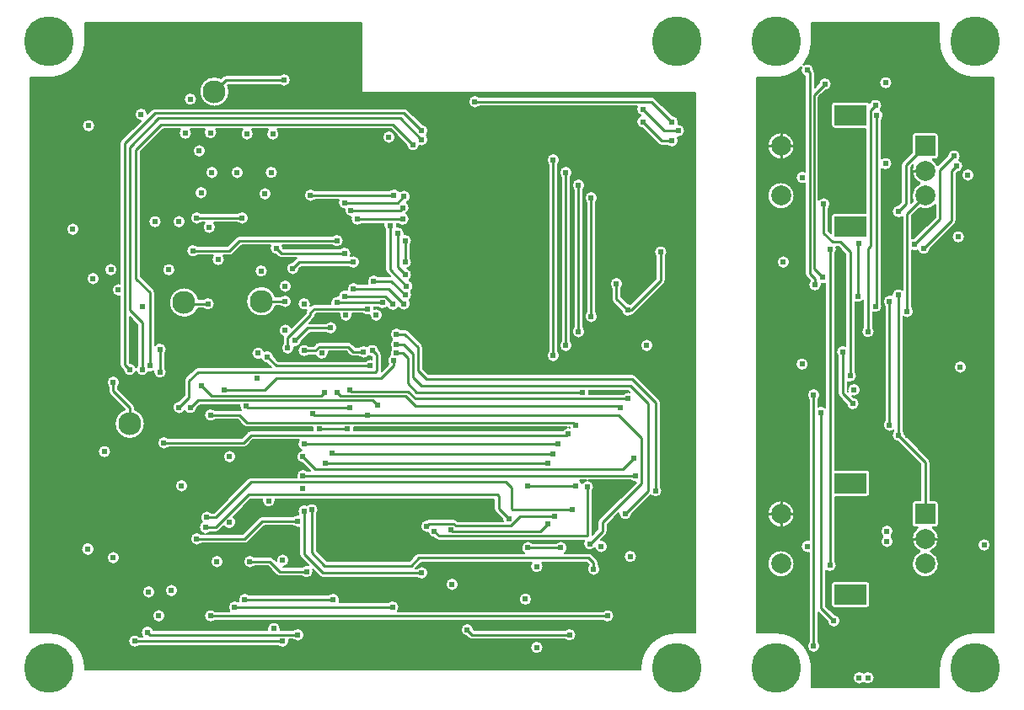
<source format=gbl>
G04 Layer: BottomLayer*
G04 EasyEDA Pro v1.9.29, 2023-05-19 09:05:19*
G04 Gerber Generator version 0.3*
G04 Scale: 100 percent, Rotated: No, Reflected: No*
G04 Dimensions in millimeters*
G04 Leading zeros omitted, absolute positions, 3 integers and 3 decimals*
%FSLAX33Y33*%
%MOMM*%
%ADD999C,0.2032*%
%ADD10C,0.254*%
%ADD11C,5.0*%
%ADD12R,1.999996X1.999996*%
%ADD13C,1.999996*%
%ADD14R,3.2044X1.999996*%
%ADD15R,3.199994X1.999996*%
%ADD16C,2.299995*%
%ADD17C,0.610001*%
%ADD18C,0.500024*%
G75*


G04 Copper Start*
G36*
G01X8602Y-68097D02*
G01X8602Y-68025D01*
G03X5000Y-64424I-3602J0D01*
G01X3102D01*
G01Y-8627D01*
G01X5000D01*
G03X8602Y-5025I0J3602D01*
G01Y-3127D01*
G01X36398D01*
G01Y-10033D01*
G03X36500Y-10135I102J0D01*
G01X69898D01*
G01Y-64424D01*
G01X68000D01*
G03X64398Y-68025I0J-3602D01*
G01Y-68097D01*
G01X8602D01*
G37*
%LPC*%
G36*
G01X42418Y-59083D02*
G03X43081Y-58420I0J663D01*
G03X42418Y-57757I-663J0D01*
G03X41966Y-57935I0J-663D01*
G01X41811D01*
G01X42365Y-57381D01*
G01X53449D01*
G03X53312Y-57785I526J-404D01*
G03X53975Y-58448I663J0D01*
G03X54638Y-57785I0J663D01*
G03X54501Y-57381I-663J0D01*
G01X58981D01*
G01X59196Y-57596D01*
G03X59027Y-58039I494J-443D01*
G03X59690Y-58702I663J0D01*
G03X60353Y-58039I0J663D01*
G03X60175Y-57587I-663J0D01*
G01Y-57404D01*
G03X60033Y-57061I-485J0D01*
G01X59525Y-56553D01*
G03X59182Y-56411I-343J-343D01*
G01X56785D01*
G03X57051Y-55880I-397J531D01*
G03X56388Y-55217I-663J0D01*
G03X55936Y-55395I0J-663D01*
G01X53538D01*
G03X53086Y-55217I-452J-485D01*
G03X52423Y-55880I0J-663D01*
G03X52689Y-56411I663J0D01*
G01X42164D01*
G03X41821Y-56553I0J-485D01*
G01X41171Y-57203D01*
G01X32870D01*
G01X31854Y-56187D01*
G01Y-52522D01*
G03X32032Y-52070I-485J452D01*
G03X31369Y-51407I-663J0D01*
G03X30899Y-51602I0J-663D01*
G03X30607Y-51534I-292J-595D01*
G03X29944Y-52197I0J-663D01*
G03X30048Y-52554I663J0D01*
G03X29972Y-52550I-76J-659D01*
G03X29520Y-52728I0J-663D01*
G01X26416D01*
G03X26073Y-52870I0J-485D01*
G01X24437Y-54506D01*
G01X20785D01*
G03X21153Y-54333I-84J658D01*
G01X21717D01*
G03X22060Y-54191I0J485D01*
G01X22555Y-53696D01*
G03X23114Y-54003I559J356D01*
G03X23777Y-53340I0J663D01*
G03X23470Y-52781I-663J0D01*
G01X25220Y-51031D01*
G01X26405D01*
G03X26388Y-51181I646J-150D01*
G03X27051Y-51844I663J0D01*
G03X27714Y-51181I0J663D01*
G03X27697Y-51031I-663J0D01*
G01X49680D01*
G01Y-51943D01*
G03X49822Y-52286I485J0D01*
G01X50518Y-52982D01*
G03X50567Y-53210I663J23D01*
G01X46023D01*
G01X45936Y-53124D01*
G03X45593Y-52982I-343J-343D01*
G01X43180D01*
G03X42919Y-53058I0J-485D01*
G03X42263Y-53721I7J-663D01*
G03X42926Y-54384I663J0D01*
G03X43041Y-54374I0J663D01*
G03X43665Y-54892I647J145D01*
G01X43802Y-55029D01*
G03X44145Y-55172I343J343D01*
G01X58732D01*
G03X58646Y-55499I577J-327D01*
G03X59309Y-56162I663J0D01*
G03X59813Y-55930I0J663D01*
G03X60452Y-56416I639J177D01*
G03X61115Y-55753I0J663D01*
G03X60452Y-55090I-663J0D01*
G03X60402Y-55092I0J-663D01*
G01X60922Y-54572D01*
G03X61064Y-54229I-343J343D01*
G01Y-53541D01*
G01X62204Y-52401D01*
G03X62202Y-52451I661J-50D01*
G03X62865Y-53114I663J0D01*
G03X63528Y-52474I0J663D01*
G01X65408Y-50594D01*
G03X65913Y-50828I505J429D01*
G03X66576Y-50165I0J663D01*
G03X66398Y-49713I-663J0D01*
G01Y-41275D01*
G03X66256Y-40932I-485J0D01*
G01X63911Y-38587D01*
G03X63568Y-38445I-343J-343D01*
G01X43068D01*
G01X42522Y-37899D01*
G01Y-35723D01*
G03X42380Y-35380I-485J0D01*
G01X41074Y-34074D01*
G03X40731Y-33932I-343J-343D01*
G01X40330D01*
G03X39878Y-33754I-452J-485D01*
G03X39215Y-34417I0J-663D01*
G03X39452Y-34925I663J0D01*
G03X39215Y-35433I426J-508D01*
G03X39386Y-35877I663J0D01*
G03X39215Y-36322I492J-444D01*
G03X39250Y-36536I663J0D01*
G03X38961Y-37084I374J-548D01*
G03X39075Y-37455I663J0D01*
G01X38369Y-38161D01*
G03X38382Y-38049I-472J112D01*
G01Y-36500D01*
G03X38240Y-36157I-485J0D01*
G01X38128Y-36045D01*
G03X37465Y-35405I-663J-23D01*
G03X36951Y-35648I0J-663D01*
G03X36576Y-35532I-375J-547D01*
G03X36124Y-35710I0J-663D01*
G01X35761D01*
G01X35395Y-35344D01*
G03X35052Y-35202I-343J-343D01*
G01X32131D01*
G03X31788Y-35344I0J-485D01*
G01X31549Y-35583D01*
G01X31059D01*
G03X30607Y-35405I-452J-485D01*
G03X29944Y-36068I0J-663D01*
G03X30607Y-36731I663J0D01*
G03X31059Y-36553I0J663D01*
G01X31750D01*
G01X31763D01*
G03X32385Y-36985I622J231D01*
G03X33048Y-36322I0J663D01*
G03X33031Y-36172I-663J0D01*
G01X34851D01*
G01X35217Y-36538D01*
G03X35560Y-36680I343J343D01*
G01X36124D01*
G03X36576Y-36858I452J485D01*
G03X37090Y-36615I0J663D01*
G03X37412Y-36729I375J547D01*
G01Y-36960D01*
G03X37211Y-36929I-201J-632D01*
G03X36759Y-37107I0J-663D01*
G01X28014D01*
G01X27587Y-36680D01*
G03X26924Y-36040I-663J-23D01*
G03X26600Y-36124I0J-663D01*
G03X25974Y-35679I-626J-218D01*
G03X25311Y-36342I0J-663D01*
G03X25974Y-37005I663J0D01*
G03X26298Y-36921I0J663D01*
G03X26901Y-37366I626J218D01*
G01X27277Y-37742D01*
G01X19939D01*
G03X19596Y-37884I0J-485D01*
G01X18707Y-38773D01*
G03X18565Y-39116I343J-343D01*
G01Y-40566D01*
G01X18011Y-41120D01*
G03X17371Y-41783I23J-663D01*
G03X18034Y-42446I663J0D01*
G03X18606Y-42119I0J663D01*
G03X19177Y-42446I572J336D01*
G03X19840Y-41806I0J663D01*
G01X20115Y-41532D01*
G01X24114D01*
G03X24102Y-41656I651J-124D01*
G03X24251Y-42075I663J0D01*
G03X24130Y-42060I-121J-470D01*
G01X21661D01*
G03X21209Y-41882I-452J-485D01*
G03X20546Y-42545I0J-663D01*
G03X21209Y-43208I663J0D01*
G03X21661Y-43030I0J663D01*
G01X23929D01*
G01X24549Y-43650D01*
G03X24892Y-43792I343J343D01*
G01X31485D01*
G03X31468Y-43942I646J-150D01*
G03X31485Y-44092I663J0D01*
G01X25273D01*
G03X24930Y-44234I0J-485D01*
G01X24310Y-44854D01*
G01X16962D01*
G03X16510Y-44676I-452J-485D01*
G03X15847Y-45339I0J-663D01*
G03X16510Y-46002I663J0D01*
G03X16962Y-45824I0J663D01*
G01X24511D01*
G03X24854Y-45682I0J485D01*
G01X25474Y-45062D01*
G01X30081D01*
G03X29944Y-45466I526J-404D01*
G03X30364Y-46083I663J0D01*
G03X29817Y-46736I116J-653D01*
G03X30457Y-47399I663J0D01*
G01X31214Y-48156D01*
G01X30932D01*
G03X30480Y-47978I-452J-485D01*
G03X29817Y-48641I0J-663D01*
G03X29834Y-48791I663J0D01*
G01X25273D01*
G03X24930Y-48933I0J-485D01*
G01X21516Y-52347D01*
G01X21280D01*
G03X20828Y-52169I-452J-485D01*
G03X20165Y-52832I0J-663D01*
G03X20346Y-53288I663J0D01*
G03X20038Y-53848I355J-560D01*
G03X20617Y-54506I663J0D01*
G01X20264D01*
G03X19812Y-54328I-452J-485D01*
G03X19149Y-54991I0J-663D01*
G03X19812Y-55654I663J0D01*
G03X20264Y-55476I0J663D01*
G01X24638D01*
G03X24981Y-55334I0J485D01*
G01X26617Y-53698D01*
G01X29520D01*
G03X29972Y-53876I452J485D01*
G03X30122Y-53859I0J663D01*
G01Y-56515D01*
G03X30264Y-56858I485J0D01*
G01X31069Y-57663D01*
G03X30861Y-57630I-208J-630D01*
G03X30409Y-57808I0J-663D01*
G01X28532D01*
G03X29111Y-57150I-84J658D01*
G03X28448Y-56487I-663J0D01*
G03X27785Y-57150I0J-663D01*
G03X27787Y-57200I663J0D01*
G01X27521Y-56934D01*
G03X27178Y-56792I-343J-343D01*
G01X25598D01*
G03X25146Y-56614I-452J-485D01*
G03X24483Y-57277I0J-663D01*
G03X25146Y-57940I663J0D01*
G03X25598Y-57762I0J663D01*
G01X26977D01*
G01X27851Y-58636D01*
G03X28194Y-58778I343J343D01*
G01X30409D01*
G03X30861Y-58956I452J485D01*
G03X31524Y-58293I0J663D01*
G03X31491Y-58085I-663J0D01*
G01X32169Y-58763D01*
G03X32512Y-58905I343J343D01*
G01X41966D01*
G03X42418Y-59083I452J485D01*
G37*
G36*
G01X15466Y-38227D02*
G03X16129Y-38890I663J0D01*
G03X16792Y-38227I0J663D01*
G03X16614Y-37775I-663J0D01*
G01Y-36393D01*
G03X16792Y-35941I-485J452D01*
G03X16129Y-35278I-663J0D01*
G03X15598Y-35544I0J-663D01*
G01Y-30226D01*
G03X15456Y-29883I-485J0D01*
G01X14201Y-28628D01*
G01Y-16076D01*
G01X16457Y-13820D01*
G01X18143D01*
G03X18006Y-14224I526J-404D01*
G03X18669Y-14887I663J0D01*
G03X19332Y-14224I0J663D01*
G03X19195Y-13820I-663J0D01*
G01X20621D01*
G03X20526Y-14163I568J-343D01*
G03X21189Y-14826I663J0D01*
G03X21852Y-14163I0J663D01*
G03X21756Y-13820I-663J0D01*
G01X24399D01*
G03X24205Y-14289I469J-469D01*
G03X24868Y-14952I663J0D01*
G03X25531Y-14289I0J663D01*
G03X25337Y-13820I-663J0D01*
G01X26989D01*
G03X26793Y-14291I467J-471D01*
G03X27456Y-14954I663J0D01*
G03X28119Y-14291I0J663D01*
G03X27923Y-13820I-663J0D01*
G01X39296D01*
G01X40866Y-15390D01*
G03X41529Y-16030I663J23D01*
G03X42183Y-15479I0J663D01*
G03X42418Y-15522I235J620D01*
G03X43081Y-14859I0J663D01*
G03X42910Y-14414I-663J0D01*
G03X43081Y-13970I-492J445D01*
G03X42441Y-13307I-663J0D01*
G01X40983Y-11849D01*
G03X40640Y-11707I-343J-343D01*
G01X15621D01*
G03X15278Y-11849I0J-485D01*
G01X14883Y-12244D01*
G03X14224Y-11656I-659J-75D01*
G03X13561Y-12319I0J-663D01*
G03X14149Y-12978I663J0D01*
G01X12230Y-14897D01*
G03X12088Y-15240I343J-343D01*
G01Y-29326D01*
G03X11938Y-29309I-150J-646D01*
G03X11275Y-29972I0J-663D01*
G03X11938Y-30635I663J0D01*
G03X12088Y-30618I0J663D01*
G01Y-37465D01*
G03X12230Y-37808I485J0D01*
G01X12418Y-37996D01*
G03X13081Y-38636I663J23D01*
G03X13716Y-38164I0J663D01*
G03X14351Y-38636I635J191D01*
G03X14959Y-38237I0J663D01*
G03X15113Y-38255I154J645D01*
G03X15470Y-38151I0J663D01*
G03X15466Y-38227I659J-76D01*
G37*
G36*
G01X28293Y-35814D02*
G03X28956Y-36477I663J0D01*
G03X29619Y-35814I0J663D01*
G03X29610Y-35706I-663J0D01*
G03X29718Y-35715I108J654D01*
G03X30381Y-35075I0J663D01*
G01X31189Y-34267D01*
G01X32822D01*
G03X33274Y-34445I452J485D01*
G03X33937Y-33782I0J663D01*
G03X33274Y-33119I-663J0D01*
G03X32822Y-33297I0J-663D01*
G01X31143D01*
G01X31585Y-32855D01*
G03X31727Y-32512I-343J343D01*
G01Y-32459D01*
G01X31824Y-32362D01*
G01X34152D01*
G03X34135Y-32512I646J-150D01*
G03X34798Y-33175I663J0D01*
G03X35461Y-32512I0J663D01*
G03X35444Y-32362I-663J0D01*
G01X36505D01*
G03X36957Y-32540I452J485D01*
G03X37183Y-32500I0J663D01*
G01Y-32512D01*
G03X37846Y-33175I663J0D01*
G03X38509Y-32512I0J663D01*
G03X37846Y-31849I-663J0D01*
G03X37620Y-31889I0J-663D01*
G01Y-31877D01*
G03X37603Y-31727I-663J0D01*
G01X38029D01*
G03X38481Y-31905I452J485D01*
G03X38946Y-31715I0J663D01*
G03X39531Y-32066I585J312D01*
G03X40097Y-31750I0J663D01*
G03X40640Y-32032I543J381D01*
G03X41303Y-31369I0J663D01*
G03X41187Y-30994I-663J0D01*
G03X41430Y-30480I-420J514D01*
G03X41314Y-30105I-663J0D01*
G03X41557Y-29591I-420J514D01*
G03X41159Y-28983I-663J0D01*
G03X41430Y-28448I-392J535D01*
G03X40958Y-27813I-663J0D01*
G03X41430Y-27178I-191J635D01*
G03X41252Y-26726I-663J0D01*
G01Y-25471D01*
G03X41430Y-25019I-485J452D01*
G03X40767Y-24356I-663J0D01*
G03X40659Y-24365I0J-663D01*
G03X40668Y-24257I-654J108D01*
G03X40005Y-23594I-663J0D01*
G03X39897Y-23603I0J-663D01*
G03X39906Y-23495I-654J108D01*
G03X39889Y-23345I-663J0D01*
G01X40061D01*
G03X40513Y-23523I452J485D01*
G03X41176Y-22860I0J663D01*
G03X40849Y-22288I-663J0D01*
G03X41176Y-21717I-336J572D01*
G03X40905Y-21182I-663J0D01*
G03X41303Y-20574I-265J608D01*
G03X40640Y-19911I-663J0D01*
G03X40184Y-20092I0J-663D01*
G03X39624Y-19784I-560J-355D01*
G03X39172Y-19962I0J-663D01*
G01X31694D01*
G03X31242Y-19784I-452J-485D01*
G03X30579Y-20447I0J-663D01*
G03X31242Y-21110I663J0D01*
G03X31694Y-20932I0J663D01*
G01X34068D01*
G03X34008Y-21209I603J-277D01*
G03X34650Y-21872I663J0D01*
G03X34643Y-21971I656J-99D01*
G03X35306Y-22634I663J0D01*
G01X35318D01*
G03X35278Y-22860I623J-226D01*
G03X35941Y-23523I663J0D01*
G03X36393Y-23345I0J663D01*
G01X38597D01*
G03X38580Y-23495I646J-150D01*
G03X38758Y-23947I663J0D01*
G01Y-27940D01*
G03X38900Y-28283I485J0D01*
G01X39215Y-28598D01*
G01X38044D01*
G03X37592Y-28420I-452J-485D01*
G03X36929Y-29083I0J-663D01*
G03X36989Y-29360I663J0D01*
G01X36012D01*
G03X35560Y-29182I-452J-485D01*
G03X34897Y-29845I0J-663D01*
G03X34913Y-29990I663J0D01*
G03X34671Y-29944I-242J-617D01*
G03X34008Y-30586I0J-663D01*
G03X33909Y-30579I-99J-656D01*
G03X33246Y-31242I0J-663D01*
G03X33263Y-31392I663J0D01*
G01X31623D01*
G03X31280Y-31534I0J-485D01*
G01X31237Y-31577D01*
G03X31270Y-31369I-630J208D01*
G03X30607Y-30706I-663J0D01*
G03X29944Y-31369I0J-663D01*
G03X30607Y-32032I663J0D01*
G03X30837Y-31991I0J663D01*
G03X30757Y-32258I405J-267D01*
G01Y-32311D01*
G01X29306Y-33762D01*
G03X28702Y-33373I-604J-274D01*
G03X28039Y-34036I0J-663D01*
G03X28490Y-34664I663J0D01*
G03X28471Y-34798I466J-134D01*
G01Y-35362D01*
G03X28293Y-35814I485J-452D01*
G37*
G36*
G01X60635Y-63223D02*
G03X61087Y-63401I452J485D01*
G03X61750Y-62738I0J663D01*
G03X61087Y-62075I-663J0D01*
G03X60635Y-62253I0J-663D01*
G01X40023D01*
G03X40160Y-61849I-526J404D01*
G03X39497Y-61186I-663J0D01*
G03X39045Y-61364I0J-663D01*
G01X34131D01*
G03X34191Y-61087I-603J277D01*
G03X33528Y-60424I-663J0D01*
G03X33076Y-60602I0J-663D01*
G01X25090D01*
G03X24638Y-60424I-452J-485D01*
G03X23975Y-61087I0J-663D01*
G03X24015Y-61315I663J0D01*
G03X23622Y-61186I-393J-534D01*
G03X22959Y-61849I0J-663D01*
G03X23096Y-62253I663J0D01*
G01X21661D01*
G03X21209Y-62075I-452J-485D01*
G03X20546Y-62738I0J-663D01*
G03X21209Y-63401I663J0D01*
G03X21661Y-63223I0J663D01*
G01X60635D01*
G37*
G36*
G01X67112Y-15471D02*
G03X67564Y-15649I452J485D01*
G03X68227Y-14986I0J663D01*
G03X68123Y-14629I-663J0D01*
G03X68199Y-14633I76J659D01*
G03X68862Y-13970I0J663D01*
G03X68199Y-13307I-663J0D01*
G01X68187D01*
G03X68227Y-13081I-623J226D01*
G03X67587Y-12418I-663J0D01*
G01X65875Y-10706D01*
G03X65532Y-10564I-343J-343D01*
G01X48204D01*
G03X47752Y-10386I-452J-485D01*
G03X47089Y-11049I0J-663D01*
G03X47752Y-11712I663J0D01*
G03X48204Y-11534I0J663D01*
G01X64040D01*
G03X63980Y-11811I603J-277D01*
G03X64441Y-12443I663J0D01*
G03X63975Y-13076I197J-633D01*
G03X64615Y-13739I663J0D01*
G01X66205Y-15329D01*
G03X66548Y-15471I343J343D01*
G01X67112D01*
G37*
G36*
G01X28801Y-27813D02*
G03X29464Y-28476I663J0D01*
G03X30127Y-27836I0J663D01*
G01X30300Y-27663D01*
G01X35108D01*
G03X35560Y-27841I452J485D01*
G03X36223Y-27178I0J663D01*
G03X35560Y-26515I-663J0D01*
G03X35265Y-26584I0J-663D01*
G03X35334Y-26289I-594J295D01*
G03X34671Y-25626I-663J0D01*
G03X34219Y-25804I0J-663D01*
G01X28522D01*
G01X28476Y-25758D01*
G03X28416Y-25504I-663J-23D01*
G01X33457D01*
G03X33909Y-25682I452J485D01*
G03X34572Y-25019I0J663D01*
G03X33909Y-24356I-663J0D01*
G03X33457Y-24534I0J-663D01*
G01X24130D01*
G03X23787Y-24676I0J-485D01*
G01X22913Y-25550D01*
G01X19883D01*
G03X19431Y-25372I-452J-485D01*
G03X18768Y-26035I0J-663D01*
G03X19431Y-26698I663J0D01*
G03X19883Y-26520I0J663D01*
G01X21445D01*
G03X21308Y-26924I526J-404D01*
G03X21971Y-27587I663J0D01*
G03X22634Y-26924I0J663D01*
G03X22497Y-26520I-663J0D01*
G01X23114D01*
G03X23457Y-26378I0J485D01*
G01X24331Y-25504D01*
G01X27210D01*
G03X27150Y-25781I603J-277D01*
G03X27790Y-26444I663J0D01*
G01X27978Y-26632D01*
G03X28321Y-26774I343J343D01*
G01X29830D01*
G03X29756Y-26835I269J-404D01*
G01X29441Y-27150D01*
G03X28801Y-27813I23J-663D01*
G37*
G36*
G01X13589Y-65941D02*
G03X14041Y-65763I0J663D01*
G01X27996D01*
G03X28448Y-65941I452J485D01*
G03X29111Y-65278I0J663D01*
G03X29094Y-65128I-663J0D01*
G01X29520D01*
G03X29972Y-65306I452J485D01*
G03X30635Y-64643I0J663D01*
G03X29972Y-63980I-663J0D01*
G03X29520Y-64158I0J-663D01*
G01X28205D01*
G03X28222Y-64008I-646J150D01*
G03X27559Y-63345I-663J0D01*
G03X26896Y-64008I0J-663D01*
G03X26913Y-64158I663J0D01*
G01X15481D01*
G03X14859Y-63726I-622J-231D01*
G03X14196Y-64389I0J-663D01*
G03X14333Y-64793I663J0D01*
G01X14041D01*
G03X13589Y-64615I-452J-485D01*
G03X12926Y-65278I0J-663D01*
G03X13589Y-65941I663J0D01*
G37*
G36*
G01X63119Y-32667D02*
G03X63599Y-32461I0J663D01*
G03X63781Y-32347I-162J457D01*
G01X66764Y-29364D01*
G03X66906Y-29020I-343J343D01*
G01Y-26614D01*
G03X67084Y-26162I-485J452D01*
G03X66421Y-25499I-663J0D01*
G03X65758Y-26162I0J-663D01*
G03X65936Y-26614I663J0D01*
G01Y-28820D01*
G01X63367Y-31389D01*
G03X63142Y-31341I-248J-615D01*
G01X62461Y-30660D01*
G01Y-29789D01*
G03X62639Y-29337I-485J452D01*
G03X61976Y-28674I-663J0D01*
G03X61313Y-29337I0J-663D01*
G03X61491Y-29789I663J0D01*
G01Y-30861D01*
G03X61633Y-31204I485J0D01*
G01X62456Y-32027D01*
G03X63119Y-32667I663J23D01*
G37*
G36*
G01X21590Y-11541D02*
G03X23098Y-10033I0J1508D01*
G03X22943Y-9366I-1508J0D01*
G01X22956Y-9353D01*
G01X28153D01*
G03X28605Y-9531I452J485D01*
G03X29268Y-8868I0J663D01*
G03X28605Y-8205I-663J0D01*
G03X28153Y-8383I0J-663D01*
G01X22755D01*
G03X22412Y-8525I0J-485D01*
G01X22257Y-8680D01*
G03X21590Y-8525I-667J-1353D01*
G03X20082Y-10033I0J-1508D01*
G03X21590Y-11541I1508J0D01*
G37*
G36*
G01X55626Y-37239D02*
G03X56289Y-36576I0J663D01*
G03X56111Y-36124I-663J0D01*
G01Y-17343D01*
G03X56289Y-16891I-485J452D01*
G03X55626Y-16228I-663J0D01*
G03X54963Y-16891I0J-663D01*
G03X55141Y-17343I663J0D01*
G01Y-36124D01*
G03X54963Y-36576I485J-452D01*
G03X55626Y-37239I663J0D01*
G37*
G36*
G01X56896Y-36223D02*
G03X57559Y-35560I0J663D01*
G03X57381Y-35108I-663J0D01*
G01Y-18613D01*
G03X57559Y-18161I-485J452D01*
G03X56896Y-17498I-663J0D01*
G03X56233Y-18161I0J-663D01*
G03X56411Y-18613I663J0D01*
G01Y-35108D01*
G03X56233Y-35560I485J-452D01*
G03X56896Y-36223I663J0D01*
G37*
G36*
G01X13081Y-44942D02*
G03X14589Y-43434I0J1508D01*
G03X13566Y-42006I-1508J0D01*
G01Y-41783D01*
G03X13424Y-41440I-485J0D01*
G01X11915Y-39931D01*
G01Y-39695D01*
G03X12093Y-39243I-485J452D01*
G03X11430Y-38580I-663J0D01*
G03X10767Y-39243I0J-663D01*
G03X10945Y-39695I663J0D01*
G01Y-40132D01*
G03X11087Y-40475I485J0D01*
G01X12596Y-41984D01*
G01Y-42006D01*
G03X11573Y-43434I485J-1428D01*
G03X13081Y-44942I1508J0D01*
G37*
G36*
G01X56825Y-65128D02*
G03X57277Y-65306I452J485D01*
G03X57940Y-64643I0J663D01*
G03X57277Y-63980I-663J0D01*
G03X56825Y-64158I0J-663D01*
G01X47699D01*
G01X47653Y-64112D01*
G03X46990Y-63472I-663J-23D01*
G03X46327Y-64135I0J-663D01*
G03X46967Y-64798I663J0D01*
G01X47155Y-64986D01*
G03X47498Y-65128I343J343D01*
G01X56825D01*
G37*
G36*
G01X58166Y-34826D02*
G03X58829Y-34163I0J663D01*
G03X58651Y-33711I-663J0D01*
G01Y-19883D01*
G03X58829Y-19431I-485J452D01*
G03X58166Y-18768I-663J0D01*
G03X57503Y-19431I0J-663D01*
G03X57681Y-19883I663J0D01*
G01Y-33711D01*
G03X57503Y-34163I485J-452D01*
G03X58166Y-34826I663J0D01*
G37*
G36*
G01X58773Y-32639D02*
G03X59436Y-33302I663J0D01*
G03X60099Y-32639I0J663D01*
G03X59921Y-32187I-663J0D01*
G01Y-21153D01*
G03X60099Y-20701I-485J452D01*
G03X59436Y-20038I-663J0D01*
G03X58773Y-20701I0J-663D01*
G03X58951Y-21153I663J0D01*
G01Y-32187D01*
G03X58773Y-32639I485J-452D01*
G37*
G36*
G01X24781Y-31115D02*
G03X26289Y-32623I1508J0D01*
G03X27717Y-31600I0J1508D01*
G01X28250D01*
G03X28702Y-31778I452J485D01*
G03X29365Y-31115I0J663D01*
G03X28702Y-30452I-663J0D01*
G03X28250Y-30630I0J-663D01*
G01X27717D01*
G03X26289Y-29607I-1428J-485D01*
G03X24781Y-31115I0J-1508D01*
G37*
G36*
G01X17034Y-31242D02*
G03X18542Y-32750I1508J0D01*
G03X19920Y-31854I0J1508D01*
G01X20503D01*
G03X20955Y-32032I452J485D01*
G03X21618Y-31369I0J663D01*
G03X20955Y-30706I-663J0D01*
G03X20503Y-30884I0J-663D01*
G01X20007D01*
G03X18542Y-29734I-1465J-358D01*
G03X17034Y-31242I0J-1508D01*
G37*
G36*
G01X20412Y-23674D02*
G03X21075Y-24337I663J0D01*
G03X21738Y-23674I0J663D01*
G03X21557Y-23218I-663J0D01*
G01X23932D01*
G03X24384Y-23396I452J485D01*
G03X25047Y-22733I0J663D01*
G03X24384Y-22070I-663J0D01*
G03X23932Y-22248I0J-663D01*
G01X20264D01*
G03X19812Y-22070I-452J-485D01*
G03X19149Y-22733I0J-663D01*
G03X19812Y-23396I663J0D01*
G03X20264Y-23218I0J663D01*
G01X20594D01*
G03X20412Y-23674I482J-456D01*
G37*
G36*
G01X8868Y-56700D02*
G03X9412Y-56416I0J663D01*
G03X9553Y-56007I-522J409D01*
G03X8890Y-55344I-663J0D01*
G03X8346Y-55627I0J-663D01*
G03X8205Y-56037I522J-409D01*
G03X8868Y-56700I663J0D01*
G37*
G36*
G01X62710Y-56769D02*
G03X63373Y-57432I663J0D01*
G03X64036Y-56769I0J663D01*
G03X63373Y-56106I-663J0D01*
G03X62710Y-56769I0J-663D01*
G37*
G36*
G01X45466Y-60226D02*
G03X46129Y-59563I0J663D01*
G03X45466Y-58900I-663J0D01*
G03X44803Y-59563I0J-663D01*
G03X45466Y-60226I663J0D01*
G37*
G36*
G01X65024Y-36223D02*
G03X65687Y-35560I0J663D01*
G03X65024Y-34897I-663J0D01*
G03X64361Y-35560I0J-663D01*
G03X65024Y-36223I663J0D01*
G37*
G36*
G01X52169Y-61063D02*
G03X52832Y-61726I663J0D01*
G03X53495Y-61063I0J663D01*
G03X52832Y-60399I-663J0D01*
G03X52169Y-61063I0J-663D01*
G37*
G36*
G01X53975Y-66576D02*
G03X54638Y-65913I0J663D01*
G03X53975Y-65250I-663J0D01*
G03X53312Y-65913I0J-663D01*
G03X53975Y-66576I663J0D01*
G37*
G36*
G01X9878Y-46228D02*
G03X10541Y-46891I663J0D01*
G03X11204Y-46228I0J663D01*
G03X10541Y-45565I-663J0D01*
G03X9878Y-46228I0J-663D01*
G37*
G36*
G01X39116Y-15268D02*
G03X39779Y-14605I0J663D01*
G03X39116Y-13942I-663J0D01*
G03X38453Y-14605I0J-663D01*
G03X39116Y-15268I663J0D01*
G37*
G36*
G01X14986Y-60988D02*
G03X15649Y-60325I0J663D01*
G03X14986Y-59662I-663J0D01*
G03X14323Y-60325I0J-663D01*
G03X14986Y-60988I663J0D01*
G37*
G36*
G01X10767Y-56896D02*
G03X11430Y-57559I663J0D01*
G03X12093Y-56896I0J663D01*
G03X11430Y-56233I-663J0D01*
G03X10767Y-56896I0J-663D01*
G37*
G36*
G01X16002Y-63401D02*
G03X16665Y-62738I0J663D01*
G03X16002Y-62075I-663J0D01*
G03X15339Y-62738I0J-663D01*
G03X16002Y-63401I663J0D01*
G37*
G36*
G01X23114Y-47399D02*
G03X23777Y-46736I0J663D01*
G03X23114Y-46073I-663J0D01*
G03X22451Y-46736I0J-663D01*
G03X23114Y-47399I663J0D01*
G37*
G36*
G01X8943Y-14130D02*
G03X9606Y-13467I0J663D01*
G03X8943Y-12804I-663J0D01*
G03X8280Y-13467I0J-663D01*
G03X8943Y-14130I663J0D01*
G37*
G36*
G01X17625Y-49657D02*
G03X18288Y-50320I663J0D01*
G03X18951Y-49657I0J663D01*
G03X18288Y-48994I-663J0D01*
G03X17625Y-49657I0J-663D01*
G37*
G36*
G01X17272Y-60861D02*
G03X17935Y-60198I0J663D01*
G03X17272Y-59535I-663J0D01*
G03X16609Y-60198I0J-663D01*
G03X17272Y-60861I663J0D01*
G37*
G36*
G01X21844Y-57940D02*
G03X22507Y-57277I0J663D01*
G03X21844Y-56614I-663J0D01*
G03X21181Y-57277I0J-663D01*
G03X21844Y-57940I663J0D01*
G37*
G36*
G01X18514Y-10795D02*
G03X19177Y-11458I663J0D01*
G03X19840Y-10795I0J663D01*
G03X19177Y-10132I-663J0D01*
G03X18514Y-10795I0J-663D01*
G37*
G36*
G01X7366Y-24539D02*
G03X8029Y-23876I0J663D01*
G03X7366Y-23213I-663J0D01*
G03X6703Y-23876I0J-663D01*
G03X7366Y-24539I663J0D01*
G37*
G36*
G01X10526Y-27940D02*
G03X11189Y-28603I663J0D01*
G03X11852Y-27940I0J663D01*
G03X11189Y-27277I-663J0D01*
G03X10526Y-27940I0J-663D01*
G37*
G36*
G01X9398Y-29492D02*
G03X10061Y-28829I0J663D01*
G03X9398Y-28166I-663J0D01*
G03X8735Y-28829I0J-663D01*
G03X9398Y-29492I663J0D01*
G37*
G36*
G01X20066Y-16665D02*
G03X20729Y-16002I0J663D01*
G03X20066Y-15339I-663J0D01*
G03X19403Y-16002I0J-663D01*
G03X20066Y-16665I663J0D01*
G37*
G36*
G01X14958Y-23114D02*
G03X15621Y-23777I663J0D01*
G03X16284Y-23114I0J663D01*
G03X15621Y-22451I-663J0D01*
G03X14958Y-23114I0J-663D01*
G37*
G36*
G01X28702Y-30254D02*
G03X29365Y-29591I0J663D01*
G03X28702Y-28928I-663J0D01*
G03X28039Y-29591I0J-663D01*
G03X28702Y-30254I663J0D01*
G37*
G36*
G01X26289Y-28730D02*
G03X26952Y-28067I0J663D01*
G03X26289Y-27404I-663J0D01*
G03X25626Y-28067I0J-663D01*
G03X26289Y-28730I663J0D01*
G37*
G36*
G01X26007Y-20320D02*
G03X26670Y-20983I663J0D01*
G03X27333Y-20320I0J663D01*
G03X26670Y-19657I-663J0D01*
G03X26007Y-20320I0J-663D01*
G37*
G36*
G01X20251Y-20856D02*
G03X20915Y-20193I0J663D01*
G03X20251Y-19530I-663J0D01*
G03X19588Y-20193I0J-663D01*
G03X20251Y-20856I663J0D01*
G37*
G36*
G01X21336Y-18824D02*
G03X21999Y-18161I0J663D01*
G03X21336Y-17498I-663J0D01*
G03X20673Y-18161I0J-663D01*
G03X21336Y-18824I663J0D01*
G37*
G36*
G01X17005Y-28603D02*
G03X17668Y-27940I0J663D01*
G03X17005Y-27277I-663J0D01*
G03X16342Y-27940I0J-663D01*
G03X17005Y-28603I663J0D01*
G37*
G36*
G01X27305Y-18824D02*
G03X27968Y-18161I0J663D01*
G03X27305Y-17498I-663J0D01*
G03X26642Y-18161I0J-663D01*
G03X27305Y-18824I663J0D01*
G37*
G36*
G01X18034Y-23777D02*
G03X18697Y-23114I0J663D01*
G03X18034Y-22451I-663J0D01*
G03X17371Y-23114I0J-663D01*
G03X18034Y-23777I663J0D01*
G37*
G36*
G01X23876Y-18824D02*
G03X24539Y-18161I0J663D01*
G03X23876Y-17498I-663J0D01*
G03X23213Y-18161I0J-663D01*
G03X23876Y-18824I663J0D01*
G37*
%LPD*%
G36*
G01X13866Y-37521D02*
G03X13716Y-37782I485J-452D01*
G03X13104Y-37310I-635J-191D01*
G01X13058Y-37264D01*
G01Y-32667D01*
G01X13866Y-33475D01*
G01Y-37521D01*
G37*
G36*
G01X35571Y-44092D02*
G03X35588Y-43942I-646J150D01*
G03X35571Y-43792I-663J0D01*
G01X57066D01*
G03X56592Y-44092I84J-658D01*
G01X35571D01*
G37*
G36*
G01X57295Y-43803D02*
G03X57234Y-43792I-145J-647D01*
G01X57290D01*
G01X57295Y-43803D01*
G37*
G36*
G01X58520Y-49392D02*
G03X58309Y-49126I-608J-265D01*
G01X58971D01*
G03X58520Y-49392I84J-658D01*
G37*
G36*
G01X60094Y-54028D02*
G01X59540Y-54582D01*
G01Y-50236D01*
G03X59718Y-49784I-485J452D01*
G03X59139Y-49126I-663J0D01*
G01X63429D01*
G03X63881Y-49304I452J485D01*
G03X63931Y-49302I0J663D01*
G01X60236Y-52997D01*
G03X60094Y-53340I343J-343D01*
G01Y-54028D01*
G37*
G36*
G01X63119Y-40231D02*
G03X62667Y-40409I0J-663D01*
G01X59193D01*
G03X59210Y-40259I-646J150D01*
G03X59193Y-40109I-663J0D01*
G01X63172D01*
G01X63327Y-40264D01*
G03X63119Y-40231I-208J-630D01*
G37*
G36*
G01X81602Y-69923D02*
G01X81602Y-68025D01*
G03X78000Y-64424I-3602J-0D01*
G01X76102D01*
G01Y-8627D01*
G01X78000D01*
G03X80583Y-7535I0J3602D01*
G03X80490Y-7874I570J-339D01*
G03X80922Y-8496I663J0D01*
G01Y-18066D01*
G03X80645Y-18006I-277J-603D01*
G03X79982Y-18669I0J-663D01*
G03X80645Y-19332I663J0D01*
G03X80922Y-19272I0J663D01*
G01Y-28321D01*
G03X81064Y-28664I485J0D01*
G01X81421Y-29021D01*
G03X81252Y-29464I494J-443D01*
G03X81915Y-30127I663J0D01*
G03X82578Y-29464I0J663D01*
G03X82569Y-29356I-663J0D01*
G03X82677Y-29365I108J654D01*
G03X82954Y-29305I0J663D01*
G01Y-41765D01*
G03X82550Y-41628I-404J-526D01*
G03X82273Y-41688I0J-663D01*
G01Y-40965D01*
G03X82451Y-40513I-485J452D01*
G03X81788Y-39850I-663J0D01*
G03X81125Y-40513I0J-663D01*
G03X81303Y-40965I663J0D01*
G01Y-55107D01*
G03X81153Y-55090I-150J-646D01*
G03X80490Y-55753I0J-663D01*
G03X81153Y-56416I663J0D01*
G03X81303Y-56399I0J663D01*
G01Y-65334D01*
G03X81125Y-65786I485J-452D01*
G03X81788Y-66449I663J0D01*
G03X82451Y-65786I0J663D01*
G03X82273Y-65334I-663J0D01*
G01Y-62385D01*
G01X83157Y-63269D01*
G03X83820Y-63909I663J23D01*
G03X84483Y-63246I0J663D01*
G03X83843Y-62583I-663J0D01*
G01X83035Y-61775D01*
G01Y-58184D01*
G03X83439Y-58321I404J526D01*
G03X84102Y-57658I0J663D01*
G03X83924Y-57206I-663J0D01*
G01Y-50758D01*
G01X87100D01*
G03X87458Y-50400I0J358D01*
G01Y-48400D01*
G03X87100Y-48042I-358J0D01*
G01X83924D01*
G01Y-26360D01*
G03X84102Y-25908I-485J452D01*
G03X84042Y-25631I-663J0D01*
G01X84254D01*
G01X84986Y-26363D01*
G01Y-35592D01*
G03X84709Y-35532I-277J-603D01*
G03X84046Y-36195I0J-663D01*
G03X84224Y-36647I663J0D01*
G01Y-40386D01*
G03X84366Y-40729I485J0D01*
G01X85062Y-41425D01*
G03X85725Y-42065I663J23D01*
G03X86388Y-41402I0J663D01*
G03X85748Y-40739I-663J0D01*
G01X85644Y-40635D01*
G03X85852Y-40668I208J630D01*
G03X86515Y-40005I0J663D01*
G03X85852Y-39342I-663J0D01*
G03X85194Y-39921I0J-663D01*
G01Y-39211D01*
G03X85471Y-39271I277J603D01*
G03X86134Y-38608I0J663D01*
G03X85956Y-38156I-663J0D01*
G01Y-31210D01*
G03X86233Y-31270I277J603D01*
G03X86764Y-31004I0J663D01*
G01Y-33711D01*
G03X86586Y-34163I485J-452D01*
G03X87249Y-34826I663J0D01*
G03X87912Y-34163I0J663D01*
G03X87734Y-33711I-663J0D01*
G01Y-32226D01*
G03X88011Y-32286I277J603D01*
G03X88674Y-31623I0J663D01*
G03X88623Y-31368I-663J0D01*
G01Y-17798D01*
G03X89027Y-17935I404J526D01*
G03X89690Y-17272I0J663D01*
G03X89027Y-16609I-663J0D01*
G03X88623Y-16746I0J-663D01*
G01Y-12898D01*
G03X88801Y-12446I-485J452D01*
G03X88493Y-11886I-663J0D01*
G03X88674Y-11430I-482J456D01*
G03X88011Y-10767I-663J0D01*
G03X87392Y-11192I0J-663D01*
G03X87100Y-11042I-292J-208D01*
G01X83900D01*
G03X83542Y-11400I0J-358D01*
G01Y-13400D01*
G03X83900Y-13758I358J0D01*
G01X87018D01*
G01Y-22242D01*
G01X83900D01*
G03X83542Y-22600I0J-358D01*
G01Y-24309D01*
G01X83289Y-24056D01*
G01Y-21788D01*
G03X83467Y-21336I-485J452D01*
G03X82804Y-20673I-663J0D01*
G03X82299Y-20907I0J-663D01*
G01Y-10590D01*
G01X82954Y-9934D01*
G03X83594Y-9271I-23J663D01*
G03X82931Y-8608I-663J0D01*
G03X82268Y-9248I0J-663D01*
G01X81892Y-9624D01*
G01Y-8128D01*
G03X81816Y-7867I-485J0D01*
G03X81153Y-7211I-663J-7D01*
G03X80758Y-7341I0J-663D01*
G03X81602Y-5025I-2758J2316D01*
G01Y-3127D01*
G01X94398D01*
G01Y-5025D01*
G03X98000Y-8627I3602J0D01*
G01X99898D01*
G01Y-64424D01*
G01X98000D01*
G03X94398Y-68025I0J-3602D01*
G01Y-69923D01*
G01X81602D01*
G37*
%LPC*%
G36*
G01X93000Y-58858D02*
G03X94358Y-57500I0J1358D01*
G03X93531Y-56250I-1358J0D01*
G03X94358Y-55000I-531J1250D01*
G03X93735Y-53858I-1358J0D01*
G01X94000D01*
G03X94358Y-53500I0J358D01*
G01Y-51500D01*
G03X94000Y-51142I-358J0D01*
G01X93485D01*
G01Y-47280D01*
G03X93343Y-46937I-485J0D01*
G01X90960Y-44554D01*
G03X90782Y-44125I-663J-23D01*
G01Y-32657D01*
G03X91186Y-32794I404J526D01*
G03X91849Y-32131I0J663D01*
G03X91671Y-31679I-663J0D01*
G01Y-26003D01*
G03X91948Y-26063I277J603D01*
G03X92214Y-26008I0J663D01*
G03X92837Y-26444I623J227D01*
G03X93500Y-25804I0J663D01*
G01X95974Y-23330D01*
G03X96116Y-22987I-343J343D01*
G01Y-18235D01*
G01X96162Y-18189D01*
G03X96802Y-17526I-23J663D01*
G03X96407Y-16919I-663J0D01*
G03X96548Y-16510I-522J409D01*
G03X95885Y-15847I-663J0D01*
G03X95222Y-16487I0J-663D01*
G01X94247Y-17462D01*
G03X93735Y-16858I-1247J-538D01*
G01X94000D01*
G03X94358Y-16500I0J358D01*
G01Y-14500D01*
G03X94000Y-14142I-358J0D01*
G01X92000D01*
G03X91642Y-14500I0J-358D01*
G01Y-16172D01*
G01X90716Y-17098D01*
G03X90574Y-17441I343J-343D01*
G01Y-21135D01*
G01X90274Y-21435D01*
G03X89634Y-22098I23J-663D01*
G03X90297Y-22761I663J0D01*
G03X90701Y-22624I0J663D01*
G01Y-29954D01*
G03X90297Y-29817I-404J-526D01*
G03X89634Y-30480I0J-663D01*
G01Y-30492D01*
G03X89408Y-30452I-226J-623D01*
G03X88745Y-31115I0J-663D01*
G03X88923Y-31567I663J0D01*
G01Y-43109D01*
G03X88745Y-43561I485J-452D01*
G03X89408Y-44224I663J0D01*
G03X89812Y-44087I0J663D01*
G01Y-44125D01*
G03X89634Y-44577I485J-452D01*
G03X90274Y-45240I663J0D01*
G01X92515Y-47481D01*
G01Y-51142D01*
G01X92000D01*
G03X91642Y-51500I0J-358D01*
G01Y-53500D01*
G03X92000Y-53858I358J0D01*
G01X92265D01*
G03X91642Y-55000I735J-1142D01*
G03X92469Y-56250I1358J0D01*
G03X91642Y-57500I531J-1250D01*
G03X93000Y-58858I1358J0D01*
G37*
G36*
G01X87100Y-61958D02*
G03X87458Y-61600I0J358D01*
G01Y-59600D01*
G03X87100Y-59242I-358J0D01*
G01X83900D01*
G03X83542Y-59600I0J-358D01*
G01Y-61600D01*
G03X83900Y-61958I358J0D01*
G01X87100D01*
G37*
G36*
G01X78500Y-53858D02*
G03X79858Y-52500I0J1358D01*
G03X78500Y-51142I-1358J0D01*
G03X77142Y-52500I0J-1358D01*
G03X78500Y-53858I1358J0D01*
G37*
G36*
G01X78500Y-58858D02*
G03X79858Y-57500I0J1358D01*
G03X78500Y-56142I-1358J0D01*
G03X77142Y-57500I0J-1358D01*
G03X78500Y-58858I1358J0D01*
G37*
G36*
G01X77142Y-15500D02*
G03X78500Y-16858I1358J0D01*
G03X79858Y-15500I0J1358D01*
G03X78500Y-14142I-1358J0D01*
G03X77142Y-15500I0J-1358D01*
G37*
G36*
G01X78500Y-21858D02*
G03X79858Y-20500I0J1358D01*
G03X78500Y-19142I-1358J0D01*
G03X77142Y-20500I0J-1358D01*
G03X78500Y-21858I1358J0D01*
G37*
G36*
G01X89154Y-55908D02*
G03X89817Y-55245I0J663D01*
G03X89580Y-54737I-663J0D01*
G03X89817Y-54229I-426J508D01*
G03X89154Y-53566I-663J0D01*
G03X88491Y-54229I0J-663D01*
G03X88728Y-54737I663J0D01*
G03X88491Y-55245I426J-508D01*
G03X89154Y-55908I663J0D01*
G37*
G36*
G01X87249Y-69624D02*
G03X87912Y-68961I0J663D01*
G03X87249Y-68298I-663J0D01*
G03X86805Y-68469I0J-663D01*
G03X86360Y-68298I-444J-492D01*
G03X85697Y-68961I0J-663D01*
G03X86360Y-69624I663J0D01*
G03X86805Y-69453I0J663D01*
G03X87249Y-69624I445J492D01*
G37*
G36*
G01X79960Y-37435D02*
G03X80623Y-38098I663J0D01*
G03X81286Y-37435I0J663D01*
G03X80623Y-36772I-663J0D01*
G03X79960Y-37435I0J-663D01*
G37*
G36*
G01X98911Y-56279D02*
G03X99574Y-55616I0J663D01*
G03X98911Y-54953I-663J0D01*
G03X98248Y-55616I0J-663D01*
G03X98911Y-56279I663J0D01*
G37*
G36*
G01X96520Y-38382D02*
G03X97183Y-37719I0J663D01*
G03X96520Y-37056I-663J0D01*
G03X95857Y-37719I0J-663D01*
G03X96520Y-38382I663J0D01*
G37*
G36*
G01X89027Y-9807D02*
G03X89690Y-9144I0J663D01*
G03X89027Y-8481I-663J0D01*
G03X88364Y-9144I0J-663D01*
G03X89027Y-9807I663J0D01*
G37*
G36*
G01X97282Y-19078D02*
G03X97945Y-18415I0J663D01*
G03X97282Y-17752I-663J0D01*
G03X96619Y-18415I0J-663D01*
G03X97282Y-19078I663J0D01*
G37*
G36*
G01X96320Y-25299D02*
G03X96983Y-24636I0J663D01*
G03X96320Y-23973I-663J0D01*
G03X95657Y-24636I0J-663D01*
G03X96320Y-25299I663J0D01*
G37*
G36*
G01X78740Y-27841D02*
G03X79403Y-27178I0J663D01*
G03X78740Y-26515I-663J0D01*
G03X78077Y-27178I0J-663D01*
G03X78740Y-27841I663J0D01*
G37*
%LPD*%
G36*
G01X85222Y-40213D02*
G01X85194Y-40185D01*
G01Y-40089D01*
G03X85222Y-40213I658J84D01*
G37*
G36*
G01X91544Y-21270D02*
G01X91544Y-17642D01*
G01X91777Y-17409D01*
G03X91642Y-18000I1223J-591D01*
G03X92469Y-19250I1358J0D01*
G03X91642Y-20500I531J-1250D01*
G03X91760Y-21054I1358J0D01*
G01X91544Y-21270D01*
G37*
G36*
G01X91671Y-24797D02*
G01X91671Y-22515D01*
G01X92446Y-21740D01*
G03X93000Y-21858I554J1240D01*
G03X94003Y-21416I0J1358D01*
G01Y-22659D01*
G01X91925Y-24737D01*
G03X91671Y-24797I23J-663D01*
G37*
G54D999*
G01X8602Y-68097D02*
G01X8602Y-68025D01*
G03X5000Y-64424I-3602J0D01*
G01X3102D01*
G01Y-8627D01*
G01X5000D01*
G03X8602Y-5025I0J3602D01*
G01Y-3127D01*
G01X36398D01*
G01Y-10033D01*
G03X36500Y-10135I102J0D01*
G01X69898D01*
G01Y-64424D01*
G01X68000D01*
G03X64398Y-68025I0J-3602D01*
G01Y-68097D01*
G01X8602D01*
G01X42418Y-59083D02*
G03X43081Y-58420I0J663D01*
G03X42418Y-57757I-663J0D01*
G03X41966Y-57935I0J-663D01*
G01X41811D01*
G01X42365Y-57381D01*
G01X53449D01*
G03X53312Y-57785I526J-404D01*
G03X53975Y-58448I663J0D01*
G03X54638Y-57785I0J663D01*
G03X54501Y-57381I-663J0D01*
G01X58981D01*
G01X59196Y-57596D01*
G03X59027Y-58039I494J-443D01*
G03X59690Y-58702I663J0D01*
G03X60353Y-58039I0J663D01*
G03X60175Y-57587I-663J0D01*
G01Y-57404D01*
G03X60033Y-57061I-485J0D01*
G01X59525Y-56553D01*
G03X59182Y-56411I-343J-343D01*
G01X56785D01*
G03X57051Y-55880I-397J531D01*
G03X56388Y-55217I-663J0D01*
G03X55936Y-55395I0J-663D01*
G01X53538D01*
G03X53086Y-55217I-452J-485D01*
G03X52423Y-55880I0J-663D01*
G03X52689Y-56411I663J0D01*
G01X42164D01*
G03X41821Y-56553I0J-485D01*
G01X41171Y-57203D01*
G01X32870D01*
G01X31854Y-56187D01*
G01Y-52522D01*
G03X32032Y-52070I-485J452D01*
G03X31369Y-51407I-663J0D01*
G03X30899Y-51602I0J-663D01*
G03X30607Y-51534I-292J-595D01*
G03X29944Y-52197I0J-663D01*
G03X30048Y-52554I663J0D01*
G03X29972Y-52550I-76J-659D01*
G03X29520Y-52728I0J-663D01*
G01X26416D01*
G03X26073Y-52870I0J-485D01*
G01X24437Y-54506D01*
G01X20785D01*
G03X21153Y-54333I-84J658D01*
G01X21717D01*
G03X22060Y-54191I0J485D01*
G01X22555Y-53696D01*
G03X23114Y-54003I559J356D01*
G03X23777Y-53340I0J663D01*
G03X23470Y-52781I-663J0D01*
G01X25220Y-51031D01*
G01X26405D01*
G03X26388Y-51181I646J-150D01*
G03X27051Y-51844I663J0D01*
G03X27714Y-51181I0J663D01*
G03X27697Y-51031I-663J0D01*
G01X49680D01*
G01Y-51943D01*
G03X49822Y-52286I485J0D01*
G01X50518Y-52982D01*
G03X50567Y-53210I663J23D01*
G01X46023D01*
G01X45936Y-53124D01*
G03X45593Y-52982I-343J-343D01*
G01X43180D01*
G03X42919Y-53058I0J-485D01*
G03X42263Y-53721I7J-663D01*
G03X42926Y-54384I663J0D01*
G03X43041Y-54374I0J663D01*
G03X43665Y-54892I647J145D01*
G01X43802Y-55029D01*
G03X44145Y-55172I343J343D01*
G01X58732D01*
G03X58646Y-55499I577J-327D01*
G03X59309Y-56162I663J0D01*
G03X59813Y-55930I0J663D01*
G03X60452Y-56416I639J177D01*
G03X61115Y-55753I0J663D01*
G03X60452Y-55090I-663J0D01*
G03X60402Y-55092I0J-663D01*
G01X60922Y-54572D01*
G03X61064Y-54229I-343J343D01*
G01Y-53541D01*
G01X62204Y-52401D01*
G03X62202Y-52451I661J-50D01*
G03X62865Y-53114I663J0D01*
G03X63528Y-52474I0J663D01*
G01X65408Y-50594D01*
G03X65913Y-50828I505J429D01*
G03X66576Y-50165I0J663D01*
G03X66398Y-49713I-663J0D01*
G01Y-41275D01*
G03X66256Y-40932I-485J0D01*
G01X63911Y-38587D01*
G03X63568Y-38445I-343J-343D01*
G01X43068D01*
G01X42522Y-37899D01*
G01Y-35723D01*
G03X42380Y-35380I-485J0D01*
G01X41074Y-34074D01*
G03X40731Y-33932I-343J-343D01*
G01X40330D01*
G03X39878Y-33754I-452J-485D01*
G03X39215Y-34417I0J-663D01*
G03X39452Y-34925I663J0D01*
G03X39215Y-35433I426J-508D01*
G03X39386Y-35877I663J0D01*
G03X39215Y-36322I492J-444D01*
G03X39250Y-36536I663J0D01*
G03X38961Y-37084I374J-548D01*
G03X39075Y-37455I663J0D01*
G01X38369Y-38161D01*
G03X38382Y-38049I-472J112D01*
G01Y-36500D01*
G03X38240Y-36157I-485J0D01*
G01X38128Y-36045D01*
G03X37465Y-35405I-663J-23D01*
G03X36951Y-35648I0J-663D01*
G03X36576Y-35532I-375J-547D01*
G03X36124Y-35710I0J-663D01*
G01X35761D01*
G01X35395Y-35344D01*
G03X35052Y-35202I-343J-343D01*
G01X32131D01*
G03X31788Y-35344I0J-485D01*
G01X31549Y-35583D01*
G01X31059D01*
G03X30607Y-35405I-452J-485D01*
G03X29944Y-36068I0J-663D01*
G03X30607Y-36731I663J0D01*
G03X31059Y-36553I0J663D01*
G01X31750D01*
G01X31763D01*
G03X32385Y-36985I622J231D01*
G03X33048Y-36322I0J663D01*
G03X33031Y-36172I-663J0D01*
G01X34851D01*
G01X35217Y-36538D01*
G03X35560Y-36680I343J343D01*
G01X36124D01*
G03X36576Y-36858I452J485D01*
G03X37090Y-36615I0J663D01*
G03X37412Y-36729I375J547D01*
G01Y-36960D01*
G03X37211Y-36929I-201J-632D01*
G03X36759Y-37107I0J-663D01*
G01X28014D01*
G01X27587Y-36680D01*
G03X26924Y-36040I-663J-23D01*
G03X26600Y-36124I0J-663D01*
G03X25974Y-35679I-626J-218D01*
G03X25311Y-36342I0J-663D01*
G03X25974Y-37005I663J0D01*
G03X26298Y-36921I0J663D01*
G03X26901Y-37366I626J218D01*
G01X27277Y-37742D01*
G01X19939D01*
G03X19596Y-37884I0J-485D01*
G01X18707Y-38773D01*
G03X18565Y-39116I343J-343D01*
G01Y-40566D01*
G01X18011Y-41120D01*
G03X17371Y-41783I23J-663D01*
G03X18034Y-42446I663J0D01*
G03X18606Y-42119I0J663D01*
G03X19177Y-42446I572J336D01*
G03X19840Y-41806I0J663D01*
G01X20115Y-41532D01*
G01X24114D01*
G03X24102Y-41656I651J-124D01*
G03X24251Y-42075I663J0D01*
G03X24130Y-42060I-121J-470D01*
G01X21661D01*
G03X21209Y-41882I-452J-485D01*
G03X20546Y-42545I0J-663D01*
G03X21209Y-43208I663J0D01*
G03X21661Y-43030I0J663D01*
G01X23929D01*
G01X24549Y-43650D01*
G03X24892Y-43792I343J343D01*
G01X31485D01*
G03X31468Y-43942I646J-150D01*
G03X31485Y-44092I663J0D01*
G01X25273D01*
G03X24930Y-44234I0J-485D01*
G01X24310Y-44854D01*
G01X16962D01*
G03X16510Y-44676I-452J-485D01*
G03X15847Y-45339I0J-663D01*
G03X16510Y-46002I663J0D01*
G03X16962Y-45824I0J663D01*
G01X24511D01*
G03X24854Y-45682I0J485D01*
G01X25474Y-45062D01*
G01X30081D01*
G03X29944Y-45466I526J-404D01*
G03X30364Y-46083I663J0D01*
G03X29817Y-46736I116J-653D01*
G03X30457Y-47399I663J0D01*
G01X31214Y-48156D01*
G01X30932D01*
G03X30480Y-47978I-452J-485D01*
G03X29817Y-48641I0J-663D01*
G03X29834Y-48791I663J0D01*
G01X25273D01*
G03X24930Y-48933I0J-485D01*
G01X21516Y-52347D01*
G01X21280D01*
G03X20828Y-52169I-452J-485D01*
G03X20165Y-52832I0J-663D01*
G03X20346Y-53288I663J0D01*
G03X20038Y-53848I355J-560D01*
G03X20617Y-54506I663J0D01*
G01X20264D01*
G03X19812Y-54328I-452J-485D01*
G03X19149Y-54991I0J-663D01*
G03X19812Y-55654I663J0D01*
G03X20264Y-55476I0J663D01*
G01X24638D01*
G03X24981Y-55334I0J485D01*
G01X26617Y-53698D01*
G01X29520D01*
G03X29972Y-53876I452J485D01*
G03X30122Y-53859I0J663D01*
G01Y-56515D01*
G03X30264Y-56858I485J0D01*
G01X31069Y-57663D01*
G03X30861Y-57630I-208J-630D01*
G03X30409Y-57808I0J-663D01*
G01X28532D01*
G03X29111Y-57150I-84J658D01*
G03X28448Y-56487I-663J0D01*
G03X27785Y-57150I0J-663D01*
G03X27787Y-57200I663J0D01*
G01X27521Y-56934D01*
G03X27178Y-56792I-343J-343D01*
G01X25598D01*
G03X25146Y-56614I-452J-485D01*
G03X24483Y-57277I0J-663D01*
G03X25146Y-57940I663J0D01*
G03X25598Y-57762I0J663D01*
G01X26977D01*
G01X27851Y-58636D01*
G03X28194Y-58778I343J343D01*
G01X30409D01*
G03X30861Y-58956I452J485D01*
G03X31524Y-58293I0J663D01*
G03X31491Y-58085I-663J0D01*
G01X32169Y-58763D01*
G03X32512Y-58905I343J343D01*
G01X41966D01*
G03X42418Y-59083I452J485D01*
G01X15466Y-38227D02*
G03X16129Y-38890I663J0D01*
G03X16792Y-38227I0J663D01*
G03X16614Y-37775I-663J0D01*
G01Y-36393D01*
G03X16792Y-35941I-485J452D01*
G03X16129Y-35278I-663J0D01*
G03X15598Y-35544I0J-663D01*
G01Y-30226D01*
G03X15456Y-29883I-485J0D01*
G01X14201Y-28628D01*
G01Y-16076D01*
G01X16457Y-13820D01*
G01X18143D01*
G03X18006Y-14224I526J-404D01*
G03X18669Y-14887I663J0D01*
G03X19332Y-14224I0J663D01*
G03X19195Y-13820I-663J0D01*
G01X20621D01*
G03X20526Y-14163I568J-343D01*
G03X21189Y-14826I663J0D01*
G03X21852Y-14163I0J663D01*
G03X21756Y-13820I-663J0D01*
G01X24399D01*
G03X24205Y-14289I469J-469D01*
G03X24868Y-14952I663J0D01*
G03X25531Y-14289I0J663D01*
G03X25337Y-13820I-663J0D01*
G01X26989D01*
G03X26793Y-14291I467J-471D01*
G03X27456Y-14954I663J0D01*
G03X28119Y-14291I0J663D01*
G03X27923Y-13820I-663J0D01*
G01X39296D01*
G01X40866Y-15390D01*
G03X41529Y-16030I663J23D01*
G03X42183Y-15479I0J663D01*
G03X42418Y-15522I235J620D01*
G03X43081Y-14859I0J663D01*
G03X42910Y-14414I-663J0D01*
G03X43081Y-13970I-492J445D01*
G03X42441Y-13307I-663J0D01*
G01X40983Y-11849D01*
G03X40640Y-11707I-343J-343D01*
G01X15621D01*
G03X15278Y-11849I0J-485D01*
G01X14883Y-12244D01*
G03X14224Y-11656I-659J-75D01*
G03X13561Y-12319I0J-663D01*
G03X14149Y-12978I663J0D01*
G01X12230Y-14897D01*
G03X12088Y-15240I343J-343D01*
G01Y-29326D01*
G03X11938Y-29309I-150J-646D01*
G03X11275Y-29972I0J-663D01*
G03X11938Y-30635I663J0D01*
G03X12088Y-30618I0J663D01*
G01Y-37465D01*
G03X12230Y-37808I485J0D01*
G01X12418Y-37996D01*
G03X13081Y-38636I663J23D01*
G03X13716Y-38164I0J663D01*
G03X14351Y-38636I635J191D01*
G03X14959Y-38237I0J663D01*
G03X15113Y-38255I154J645D01*
G03X15470Y-38151I0J663D01*
G03X15466Y-38227I659J-76D01*
G01X28293Y-35814D02*
G03X28956Y-36477I663J0D01*
G03X29619Y-35814I0J663D01*
G03X29610Y-35706I-663J0D01*
G03X29718Y-35715I108J654D01*
G03X30381Y-35075I0J663D01*
G01X31189Y-34267D01*
G01X32822D01*
G03X33274Y-34445I452J485D01*
G03X33937Y-33782I0J663D01*
G03X33274Y-33119I-663J0D01*
G03X32822Y-33297I0J-663D01*
G01X31143D01*
G01X31585Y-32855D01*
G03X31727Y-32512I-343J343D01*
G01Y-32459D01*
G01X31824Y-32362D01*
G01X34152D01*
G03X34135Y-32512I646J-150D01*
G03X34798Y-33175I663J0D01*
G03X35461Y-32512I0J663D01*
G03X35444Y-32362I-663J0D01*
G01X36505D01*
G03X36957Y-32540I452J485D01*
G03X37183Y-32500I0J663D01*
G01Y-32512D01*
G03X37846Y-33175I663J0D01*
G03X38509Y-32512I0J663D01*
G03X37846Y-31849I-663J0D01*
G03X37620Y-31889I0J-663D01*
G01Y-31877D01*
G03X37603Y-31727I-663J0D01*
G01X38029D01*
G03X38481Y-31905I452J485D01*
G03X38946Y-31715I0J663D01*
G03X39531Y-32066I585J312D01*
G03X40097Y-31750I0J663D01*
G03X40640Y-32032I543J381D01*
G03X41303Y-31369I0J663D01*
G03X41187Y-30994I-663J0D01*
G03X41430Y-30480I-420J514D01*
G03X41314Y-30105I-663J0D01*
G03X41557Y-29591I-420J514D01*
G03X41159Y-28983I-663J0D01*
G03X41430Y-28448I-392J535D01*
G03X40958Y-27813I-663J0D01*
G03X41430Y-27178I-191J635D01*
G03X41252Y-26726I-663J0D01*
G01Y-25471D01*
G03X41430Y-25019I-485J452D01*
G03X40767Y-24356I-663J0D01*
G03X40659Y-24365I0J-663D01*
G03X40668Y-24257I-654J108D01*
G03X40005Y-23594I-663J0D01*
G03X39897Y-23603I0J-663D01*
G03X39906Y-23495I-654J108D01*
G03X39889Y-23345I-663J0D01*
G01X40061D01*
G03X40513Y-23523I452J485D01*
G03X41176Y-22860I0J663D01*
G03X40849Y-22288I-663J0D01*
G03X41176Y-21717I-336J572D01*
G03X40905Y-21182I-663J0D01*
G03X41303Y-20574I-265J608D01*
G03X40640Y-19911I-663J0D01*
G03X40184Y-20092I0J-663D01*
G03X39624Y-19784I-560J-355D01*
G03X39172Y-19962I0J-663D01*
G01X31694D01*
G03X31242Y-19784I-452J-485D01*
G03X30579Y-20447I0J-663D01*
G03X31242Y-21110I663J0D01*
G03X31694Y-20932I0J663D01*
G01X34068D01*
G03X34008Y-21209I603J-277D01*
G03X34650Y-21872I663J0D01*
G03X34643Y-21971I656J-99D01*
G03X35306Y-22634I663J0D01*
G01X35318D01*
G03X35278Y-22860I623J-226D01*
G03X35941Y-23523I663J0D01*
G03X36393Y-23345I0J663D01*
G01X38597D01*
G03X38580Y-23495I646J-150D01*
G03X38758Y-23947I663J0D01*
G01Y-27940D01*
G03X38900Y-28283I485J0D01*
G01X39215Y-28598D01*
G01X38044D01*
G03X37592Y-28420I-452J-485D01*
G03X36929Y-29083I0J-663D01*
G03X36989Y-29360I663J0D01*
G01X36012D01*
G03X35560Y-29182I-452J-485D01*
G03X34897Y-29845I0J-663D01*
G03X34913Y-29990I663J0D01*
G03X34671Y-29944I-242J-617D01*
G03X34008Y-30586I0J-663D01*
G03X33909Y-30579I-99J-656D01*
G03X33246Y-31242I0J-663D01*
G03X33263Y-31392I663J0D01*
G01X31623D01*
G03X31280Y-31534I0J-485D01*
G01X31237Y-31577D01*
G03X31270Y-31369I-630J208D01*
G03X30607Y-30706I-663J0D01*
G03X29944Y-31369I0J-663D01*
G03X30607Y-32032I663J0D01*
G03X30837Y-31991I0J663D01*
G03X30757Y-32258I405J-267D01*
G01Y-32311D01*
G01X29306Y-33762D01*
G03X28702Y-33373I-604J-274D01*
G03X28039Y-34036I0J-663D01*
G03X28490Y-34664I663J0D01*
G03X28471Y-34798I466J-134D01*
G01Y-35362D01*
G03X28293Y-35814I485J-452D01*
G01X60635Y-63223D02*
G03X61087Y-63401I452J485D01*
G03X61750Y-62738I0J663D01*
G03X61087Y-62075I-663J0D01*
G03X60635Y-62253I0J-663D01*
G01X40023D01*
G03X40160Y-61849I-526J404D01*
G03X39497Y-61186I-663J0D01*
G03X39045Y-61364I0J-663D01*
G01X34131D01*
G03X34191Y-61087I-603J277D01*
G03X33528Y-60424I-663J0D01*
G03X33076Y-60602I0J-663D01*
G01X25090D01*
G03X24638Y-60424I-452J-485D01*
G03X23975Y-61087I0J-663D01*
G03X24015Y-61315I663J0D01*
G03X23622Y-61186I-393J-534D01*
G03X22959Y-61849I0J-663D01*
G03X23096Y-62253I663J0D01*
G01X21661D01*
G03X21209Y-62075I-452J-485D01*
G03X20546Y-62738I0J-663D01*
G03X21209Y-63401I663J0D01*
G03X21661Y-63223I0J663D01*
G01X60635D01*
G01X67112Y-15471D02*
G03X67564Y-15649I452J485D01*
G03X68227Y-14986I0J663D01*
G03X68123Y-14629I-663J0D01*
G03X68199Y-14633I76J659D01*
G03X68862Y-13970I0J663D01*
G03X68199Y-13307I-663J0D01*
G01X68187D01*
G03X68227Y-13081I-623J226D01*
G03X67587Y-12418I-663J0D01*
G01X65875Y-10706D01*
G03X65532Y-10564I-343J-343D01*
G01X48204D01*
G03X47752Y-10386I-452J-485D01*
G03X47089Y-11049I0J-663D01*
G03X47752Y-11712I663J0D01*
G03X48204Y-11534I0J663D01*
G01X64040D01*
G03X63980Y-11811I603J-277D01*
G03X64441Y-12443I663J0D01*
G03X63975Y-13076I197J-633D01*
G03X64615Y-13739I663J0D01*
G01X66205Y-15329D01*
G03X66548Y-15471I343J343D01*
G01X67112D01*
G01X28801Y-27813D02*
G03X29464Y-28476I663J0D01*
G03X30127Y-27836I0J663D01*
G01X30300Y-27663D01*
G01X35108D01*
G03X35560Y-27841I452J485D01*
G03X36223Y-27178I0J663D01*
G03X35560Y-26515I-663J0D01*
G03X35265Y-26584I0J-663D01*
G03X35334Y-26289I-594J295D01*
G03X34671Y-25626I-663J0D01*
G03X34219Y-25804I0J-663D01*
G01X28522D01*
G01X28476Y-25758D01*
G03X28416Y-25504I-663J-23D01*
G01X33457D01*
G03X33909Y-25682I452J485D01*
G03X34572Y-25019I0J663D01*
G03X33909Y-24356I-663J0D01*
G03X33457Y-24534I0J-663D01*
G01X24130D01*
G03X23787Y-24676I0J-485D01*
G01X22913Y-25550D01*
G01X19883D01*
G03X19431Y-25372I-452J-485D01*
G03X18768Y-26035I0J-663D01*
G03X19431Y-26698I663J0D01*
G03X19883Y-26520I0J663D01*
G01X21445D01*
G03X21308Y-26924I526J-404D01*
G03X21971Y-27587I663J0D01*
G03X22634Y-26924I0J663D01*
G03X22497Y-26520I-663J0D01*
G01X23114D01*
G03X23457Y-26378I0J485D01*
G01X24331Y-25504D01*
G01X27210D01*
G03X27150Y-25781I603J-277D01*
G03X27790Y-26444I663J0D01*
G01X27978Y-26632D01*
G03X28321Y-26774I343J343D01*
G01X29830D01*
G03X29756Y-26835I269J-404D01*
G01X29441Y-27150D01*
G03X28801Y-27813I23J-663D01*
G01X13589Y-65941D02*
G03X14041Y-65763I0J663D01*
G01X27996D01*
G03X28448Y-65941I452J485D01*
G03X29111Y-65278I0J663D01*
G03X29094Y-65128I-663J0D01*
G01X29520D01*
G03X29972Y-65306I452J485D01*
G03X30635Y-64643I0J663D01*
G03X29972Y-63980I-663J0D01*
G03X29520Y-64158I0J-663D01*
G01X28205D01*
G03X28222Y-64008I-646J150D01*
G03X27559Y-63345I-663J0D01*
G03X26896Y-64008I0J-663D01*
G03X26913Y-64158I663J0D01*
G01X15481D01*
G03X14859Y-63726I-622J-231D01*
G03X14196Y-64389I0J-663D01*
G03X14333Y-64793I663J0D01*
G01X14041D01*
G03X13589Y-64615I-452J-485D01*
G03X12926Y-65278I0J-663D01*
G03X13589Y-65941I663J0D01*
G01X63119Y-32667D02*
G03X63599Y-32461I0J663D01*
G03X63781Y-32347I-162J457D01*
G01X66764Y-29364D01*
G03X66906Y-29020I-343J343D01*
G01Y-26614D01*
G03X67084Y-26162I-485J452D01*
G03X66421Y-25499I-663J0D01*
G03X65758Y-26162I0J-663D01*
G03X65936Y-26614I663J0D01*
G01Y-28820D01*
G01X63367Y-31389D01*
G03X63142Y-31341I-248J-615D01*
G01X62461Y-30660D01*
G01Y-29789D01*
G03X62639Y-29337I-485J452D01*
G03X61976Y-28674I-663J0D01*
G03X61313Y-29337I0J-663D01*
G03X61491Y-29789I663J0D01*
G01Y-30861D01*
G03X61633Y-31204I485J0D01*
G01X62456Y-32027D01*
G03X63119Y-32667I663J23D01*
G01X21590Y-11541D02*
G03X23098Y-10033I0J1508D01*
G03X22943Y-9366I-1508J0D01*
G01X22956Y-9353D01*
G01X28153D01*
G03X28605Y-9531I452J485D01*
G03X29268Y-8868I0J663D01*
G03X28605Y-8205I-663J0D01*
G03X28153Y-8383I0J-663D01*
G01X22755D01*
G03X22412Y-8525I0J-485D01*
G01X22257Y-8680D01*
G03X21590Y-8525I-667J-1353D01*
G03X20082Y-10033I0J-1508D01*
G03X21590Y-11541I1508J0D01*
G01X55626Y-37239D02*
G03X56289Y-36576I0J663D01*
G03X56111Y-36124I-663J0D01*
G01Y-17343D01*
G03X56289Y-16891I-485J452D01*
G03X55626Y-16228I-663J0D01*
G03X54963Y-16891I0J-663D01*
G03X55141Y-17343I663J0D01*
G01Y-36124D01*
G03X54963Y-36576I485J-452D01*
G03X55626Y-37239I663J0D01*
G01X56896Y-36223D02*
G03X57559Y-35560I0J663D01*
G03X57381Y-35108I-663J0D01*
G01Y-18613D01*
G03X57559Y-18161I-485J452D01*
G03X56896Y-17498I-663J0D01*
G03X56233Y-18161I0J-663D01*
G03X56411Y-18613I663J0D01*
G01Y-35108D01*
G03X56233Y-35560I485J-452D01*
G03X56896Y-36223I663J0D01*
G01X13081Y-44942D02*
G03X14589Y-43434I0J1508D01*
G03X13566Y-42006I-1508J0D01*
G01Y-41783D01*
G03X13424Y-41440I-485J0D01*
G01X11915Y-39931D01*
G01Y-39695D01*
G03X12093Y-39243I-485J452D01*
G03X11430Y-38580I-663J0D01*
G03X10767Y-39243I0J-663D01*
G03X10945Y-39695I663J0D01*
G01Y-40132D01*
G03X11087Y-40475I485J0D01*
G01X12596Y-41984D01*
G01Y-42006D01*
G03X11573Y-43434I485J-1428D01*
G03X13081Y-44942I1508J0D01*
G01X56825Y-65128D02*
G03X57277Y-65306I452J485D01*
G03X57940Y-64643I0J663D01*
G03X57277Y-63980I-663J0D01*
G03X56825Y-64158I0J-663D01*
G01X47699D01*
G01X47653Y-64112D01*
G03X46990Y-63472I-663J-23D01*
G03X46327Y-64135I0J-663D01*
G03X46967Y-64798I663J0D01*
G01X47155Y-64986D01*
G03X47498Y-65128I343J343D01*
G01X56825D01*
G01X58166Y-34826D02*
G03X58829Y-34163I0J663D01*
G03X58651Y-33711I-663J0D01*
G01Y-19883D01*
G03X58829Y-19431I-485J452D01*
G03X58166Y-18768I-663J0D01*
G03X57503Y-19431I0J-663D01*
G03X57681Y-19883I663J0D01*
G01Y-33711D01*
G03X57503Y-34163I485J-452D01*
G03X58166Y-34826I663J0D01*
G01X58773Y-32639D02*
G03X59436Y-33302I663J0D01*
G03X60099Y-32639I0J663D01*
G03X59921Y-32187I-663J0D01*
G01Y-21153D01*
G03X60099Y-20701I-485J452D01*
G03X59436Y-20038I-663J0D01*
G03X58773Y-20701I0J-663D01*
G03X58951Y-21153I663J0D01*
G01Y-32187D01*
G03X58773Y-32639I485J-452D01*
G01X24781Y-31115D02*
G03X26289Y-32623I1508J0D01*
G03X27717Y-31600I0J1508D01*
G01X28250D01*
G03X28702Y-31778I452J485D01*
G03X29365Y-31115I0J663D01*
G03X28702Y-30452I-663J0D01*
G03X28250Y-30630I0J-663D01*
G01X27717D01*
G03X26289Y-29607I-1428J-485D01*
G03X24781Y-31115I0J-1508D01*
G01X17034Y-31242D02*
G03X18542Y-32750I1508J0D01*
G03X19920Y-31854I0J1508D01*
G01X20503D01*
G03X20955Y-32032I452J485D01*
G03X21618Y-31369I0J663D01*
G03X20955Y-30706I-663J0D01*
G03X20503Y-30884I0J-663D01*
G01X20007D01*
G03X18542Y-29734I-1465J-358D01*
G03X17034Y-31242I0J-1508D01*
G01X20412Y-23674D02*
G03X21075Y-24337I663J0D01*
G03X21738Y-23674I0J663D01*
G03X21557Y-23218I-663J0D01*
G01X23932D01*
G03X24384Y-23396I452J485D01*
G03X25047Y-22733I0J663D01*
G03X24384Y-22070I-663J0D01*
G03X23932Y-22248I0J-663D01*
G01X20264D01*
G03X19812Y-22070I-452J-485D01*
G03X19149Y-22733I0J-663D01*
G03X19812Y-23396I663J0D01*
G03X20264Y-23218I0J663D01*
G01X20594D01*
G03X20412Y-23674I482J-456D01*
G01X8868Y-56700D02*
G03X9412Y-56416I0J663D01*
G03X9553Y-56007I-522J409D01*
G03X8890Y-55344I-663J0D01*
G03X8346Y-55627I0J-663D01*
G03X8205Y-56037I522J-409D01*
G03X8868Y-56700I663J0D01*
G01X62710Y-56769D02*
G03X63373Y-57432I663J0D01*
G03X64036Y-56769I0J663D01*
G03X63373Y-56106I-663J0D01*
G03X62710Y-56769I0J-663D01*
G01X45466Y-60226D02*
G03X46129Y-59563I0J663D01*
G03X45466Y-58900I-663J0D01*
G03X44803Y-59563I0J-663D01*
G03X45466Y-60226I663J0D01*
G01X65024Y-36223D02*
G03X65687Y-35560I0J663D01*
G03X65024Y-34897I-663J0D01*
G03X64361Y-35560I0J-663D01*
G03X65024Y-36223I663J0D01*
G01X52169Y-61063D02*
G03X52832Y-61726I663J0D01*
G03X53495Y-61063I0J663D01*
G03X52832Y-60399I-663J0D01*
G03X52169Y-61063I0J-663D01*
G01X53975Y-66576D02*
G03X54638Y-65913I0J663D01*
G03X53975Y-65250I-663J0D01*
G03X53312Y-65913I0J-663D01*
G03X53975Y-66576I663J0D01*
G01X9878Y-46228D02*
G03X10541Y-46891I663J0D01*
G03X11204Y-46228I0J663D01*
G03X10541Y-45565I-663J0D01*
G03X9878Y-46228I0J-663D01*
G01X39116Y-15268D02*
G03X39779Y-14605I0J663D01*
G03X39116Y-13942I-663J0D01*
G03X38453Y-14605I0J-663D01*
G03X39116Y-15268I663J0D01*
G01X14986Y-60988D02*
G03X15649Y-60325I0J663D01*
G03X14986Y-59662I-663J0D01*
G03X14323Y-60325I0J-663D01*
G03X14986Y-60988I663J0D01*
G01X10767Y-56896D02*
G03X11430Y-57559I663J0D01*
G03X12093Y-56896I0J663D01*
G03X11430Y-56233I-663J0D01*
G03X10767Y-56896I0J-663D01*
G01X16002Y-63401D02*
G03X16665Y-62738I0J663D01*
G03X16002Y-62075I-663J0D01*
G03X15339Y-62738I0J-663D01*
G03X16002Y-63401I663J0D01*
G01X23114Y-47399D02*
G03X23777Y-46736I0J663D01*
G03X23114Y-46073I-663J0D01*
G03X22451Y-46736I0J-663D01*
G03X23114Y-47399I663J0D01*
G01X8943Y-14130D02*
G03X9606Y-13467I0J663D01*
G03X8943Y-12804I-663J0D01*
G03X8280Y-13467I0J-663D01*
G03X8943Y-14130I663J0D01*
G01X17625Y-49657D02*
G03X18288Y-50320I663J0D01*
G03X18951Y-49657I0J663D01*
G03X18288Y-48994I-663J0D01*
G03X17625Y-49657I0J-663D01*
G01X17272Y-60861D02*
G03X17935Y-60198I0J663D01*
G03X17272Y-59535I-663J0D01*
G03X16609Y-60198I0J-663D01*
G03X17272Y-60861I663J0D01*
G01X21844Y-57940D02*
G03X22507Y-57277I0J663D01*
G03X21844Y-56614I-663J0D01*
G03X21181Y-57277I0J-663D01*
G03X21844Y-57940I663J0D01*
G01X18514Y-10795D02*
G03X19177Y-11458I663J0D01*
G03X19840Y-10795I0J663D01*
G03X19177Y-10132I-663J0D01*
G03X18514Y-10795I0J-663D01*
G01X7366Y-24539D02*
G03X8029Y-23876I0J663D01*
G03X7366Y-23213I-663J0D01*
G03X6703Y-23876I0J-663D01*
G03X7366Y-24539I663J0D01*
G01X10526Y-27940D02*
G03X11189Y-28603I663J0D01*
G03X11852Y-27940I0J663D01*
G03X11189Y-27277I-663J0D01*
G03X10526Y-27940I0J-663D01*
G01X9398Y-29492D02*
G03X10061Y-28829I0J663D01*
G03X9398Y-28166I-663J0D01*
G03X8735Y-28829I0J-663D01*
G03X9398Y-29492I663J0D01*
G01X20066Y-16665D02*
G03X20729Y-16002I0J663D01*
G03X20066Y-15339I-663J0D01*
G03X19403Y-16002I0J-663D01*
G03X20066Y-16665I663J0D01*
G01X14958Y-23114D02*
G03X15621Y-23777I663J0D01*
G03X16284Y-23114I0J663D01*
G03X15621Y-22451I-663J0D01*
G03X14958Y-23114I0J-663D01*
G01X28702Y-30254D02*
G03X29365Y-29591I0J663D01*
G03X28702Y-28928I-663J0D01*
G03X28039Y-29591I0J-663D01*
G03X28702Y-30254I663J0D01*
G01X26289Y-28730D02*
G03X26952Y-28067I0J663D01*
G03X26289Y-27404I-663J0D01*
G03X25626Y-28067I0J-663D01*
G03X26289Y-28730I663J0D01*
G01X26007Y-20320D02*
G03X26670Y-20983I663J0D01*
G03X27333Y-20320I0J663D01*
G03X26670Y-19657I-663J0D01*
G03X26007Y-20320I0J-663D01*
G01X20251Y-20856D02*
G03X20915Y-20193I0J663D01*
G03X20251Y-19530I-663J0D01*
G03X19588Y-20193I0J-663D01*
G03X20251Y-20856I663J0D01*
G01X21336Y-18824D02*
G03X21999Y-18161I0J663D01*
G03X21336Y-17498I-663J0D01*
G03X20673Y-18161I0J-663D01*
G03X21336Y-18824I663J0D01*
G01X17005Y-28603D02*
G03X17668Y-27940I0J663D01*
G03X17005Y-27277I-663J0D01*
G03X16342Y-27940I0J-663D01*
G03X17005Y-28603I663J0D01*
G01X27305Y-18824D02*
G03X27968Y-18161I0J663D01*
G03X27305Y-17498I-663J0D01*
G03X26642Y-18161I0J-663D01*
G03X27305Y-18824I663J0D01*
G01X18034Y-23777D02*
G03X18697Y-23114I0J663D01*
G03X18034Y-22451I-663J0D01*
G03X17371Y-23114I0J-663D01*
G03X18034Y-23777I663J0D01*
G01X23876Y-18824D02*
G03X24539Y-18161I0J663D01*
G03X23876Y-17498I-663J0D01*
G03X23213Y-18161I0J-663D01*
G03X23876Y-18824I663J0D01*
G01X13866Y-37521D02*
G03X13716Y-37782I485J-452D01*
G03X13104Y-37310I-635J-191D01*
G01X13058Y-37264D01*
G01Y-32667D01*
G01X13866Y-33475D01*
G01Y-37521D01*
G01X35571Y-44092D02*
G03X35588Y-43942I-646J150D01*
G03X35571Y-43792I-663J0D01*
G01X57066D01*
G03X56592Y-44092I84J-658D01*
G01X35571D01*
G01X57295Y-43803D02*
G03X57234Y-43792I-145J-647D01*
G01X57290D01*
G01X57295Y-43803D01*
G01X58520Y-49392D02*
G03X58309Y-49126I-608J-265D01*
G01X58971D01*
G03X58520Y-49392I84J-658D01*
G01X60094Y-54028D02*
G01X59540Y-54582D01*
G01Y-50236D01*
G03X59718Y-49784I-485J452D01*
G03X59139Y-49126I-663J0D01*
G01X63429D01*
G03X63881Y-49304I452J485D01*
G03X63931Y-49302I0J663D01*
G01X60236Y-52997D01*
G03X60094Y-53340I343J-343D01*
G01Y-54028D01*
G01X63119Y-40231D02*
G03X62667Y-40409I0J-663D01*
G01X59193D01*
G03X59210Y-40259I-646J150D01*
G03X59193Y-40109I-663J0D01*
G01X63172D01*
G01X63327Y-40264D01*
G03X63119Y-40231I-208J-630D01*
G01X81602Y-69923D02*
G01X81602Y-68025D01*
G03X78000Y-64424I-3602J-0D01*
G01X76102D01*
G01Y-8627D01*
G01X78000D01*
G03X80583Y-7535I0J3602D01*
G03X80490Y-7874I570J-339D01*
G03X80922Y-8496I663J0D01*
G01Y-18066D01*
G03X80645Y-18006I-277J-603D01*
G03X79982Y-18669I0J-663D01*
G03X80645Y-19332I663J0D01*
G03X80922Y-19272I0J663D01*
G01Y-28321D01*
G03X81064Y-28664I485J0D01*
G01X81421Y-29021D01*
G03X81252Y-29464I494J-443D01*
G03X81915Y-30127I663J0D01*
G03X82578Y-29464I0J663D01*
G03X82569Y-29356I-663J0D01*
G03X82677Y-29365I108J654D01*
G03X82954Y-29305I0J663D01*
G01Y-41765D01*
G03X82550Y-41628I-404J-526D01*
G03X82273Y-41688I0J-663D01*
G01Y-40965D01*
G03X82451Y-40513I-485J452D01*
G03X81788Y-39850I-663J0D01*
G03X81125Y-40513I0J-663D01*
G03X81303Y-40965I663J0D01*
G01Y-55107D01*
G03X81153Y-55090I-150J-646D01*
G03X80490Y-55753I0J-663D01*
G03X81153Y-56416I663J0D01*
G03X81303Y-56399I0J663D01*
G01Y-65334D01*
G03X81125Y-65786I485J-452D01*
G03X81788Y-66449I663J0D01*
G03X82451Y-65786I0J663D01*
G03X82273Y-65334I-663J0D01*
G01Y-62385D01*
G01X83157Y-63269D01*
G03X83820Y-63909I663J23D01*
G03X84483Y-63246I0J663D01*
G03X83843Y-62583I-663J0D01*
G01X83035Y-61775D01*
G01Y-58184D01*
G03X83439Y-58321I404J526D01*
G03X84102Y-57658I0J663D01*
G03X83924Y-57206I-663J0D01*
G01Y-50758D01*
G01X87100D01*
G03X87458Y-50400I0J358D01*
G01Y-48400D01*
G03X87100Y-48042I-358J0D01*
G01X83924D01*
G01Y-26360D01*
G03X84102Y-25908I-485J452D01*
G03X84042Y-25631I-663J0D01*
G01X84254D01*
G01X84986Y-26363D01*
G01Y-35592D01*
G03X84709Y-35532I-277J-603D01*
G03X84046Y-36195I0J-663D01*
G03X84224Y-36647I663J0D01*
G01Y-40386D01*
G03X84366Y-40729I485J0D01*
G01X85062Y-41425D01*
G03X85725Y-42065I663J23D01*
G03X86388Y-41402I0J663D01*
G03X85748Y-40739I-663J0D01*
G01X85644Y-40635D01*
G03X85852Y-40668I208J630D01*
G03X86515Y-40005I0J663D01*
G03X85852Y-39342I-663J0D01*
G03X85194Y-39921I0J-663D01*
G01Y-39211D01*
G03X85471Y-39271I277J603D01*
G03X86134Y-38608I0J663D01*
G03X85956Y-38156I-663J0D01*
G01Y-31210D01*
G03X86233Y-31270I277J603D01*
G03X86764Y-31004I0J663D01*
G01Y-33711D01*
G03X86586Y-34163I485J-452D01*
G03X87249Y-34826I663J0D01*
G03X87912Y-34163I0J663D01*
G03X87734Y-33711I-663J0D01*
G01Y-32226D01*
G03X88011Y-32286I277J603D01*
G03X88674Y-31623I0J663D01*
G03X88623Y-31368I-663J0D01*
G01Y-17798D01*
G03X89027Y-17935I404J526D01*
G03X89690Y-17272I0J663D01*
G03X89027Y-16609I-663J0D01*
G03X88623Y-16746I0J-663D01*
G01Y-12898D01*
G03X88801Y-12446I-485J452D01*
G03X88493Y-11886I-663J0D01*
G03X88674Y-11430I-482J456D01*
G03X88011Y-10767I-663J0D01*
G03X87392Y-11192I0J-663D01*
G03X87100Y-11042I-292J-208D01*
G01X83900D01*
G03X83542Y-11400I0J-358D01*
G01Y-13400D01*
G03X83900Y-13758I358J0D01*
G01X87018D01*
G01Y-22242D01*
G01X83900D01*
G03X83542Y-22600I0J-358D01*
G01Y-24309D01*
G01X83289Y-24056D01*
G01Y-21788D01*
G03X83467Y-21336I-485J452D01*
G03X82804Y-20673I-663J0D01*
G03X82299Y-20907I0J-663D01*
G01Y-10590D01*
G01X82954Y-9934D01*
G03X83594Y-9271I-23J663D01*
G03X82931Y-8608I-663J0D01*
G03X82268Y-9248I0J-663D01*
G01X81892Y-9624D01*
G01Y-8128D01*
G03X81816Y-7867I-485J0D01*
G03X81153Y-7211I-663J-7D01*
G03X80758Y-7341I0J-663D01*
G03X81602Y-5025I-2758J2316D01*
G01Y-3127D01*
G01X94398D01*
G01Y-5025D01*
G03X98000Y-8627I3602J0D01*
G01X99898D01*
G01Y-64424D01*
G01X98000D01*
G03X94398Y-68025I0J-3602D01*
G01Y-69923D01*
G01X81602D01*
G01X93000Y-58858D02*
G03X94358Y-57500I0J1358D01*
G03X93531Y-56250I-1358J0D01*
G03X94358Y-55000I-531J1250D01*
G03X93735Y-53858I-1358J0D01*
G01X94000D01*
G03X94358Y-53500I0J358D01*
G01Y-51500D01*
G03X94000Y-51142I-358J0D01*
G01X93485D01*
G01Y-47280D01*
G03X93343Y-46937I-485J0D01*
G01X90960Y-44554D01*
G03X90782Y-44125I-663J-23D01*
G01Y-32657D01*
G03X91186Y-32794I404J526D01*
G03X91849Y-32131I0J663D01*
G03X91671Y-31679I-663J0D01*
G01Y-26003D01*
G03X91948Y-26063I277J603D01*
G03X92214Y-26008I0J663D01*
G03X92837Y-26444I623J227D01*
G03X93500Y-25804I0J663D01*
G01X95974Y-23330D01*
G03X96116Y-22987I-343J343D01*
G01Y-18235D01*
G01X96162Y-18189D01*
G03X96802Y-17526I-23J663D01*
G03X96407Y-16919I-663J0D01*
G03X96548Y-16510I-522J409D01*
G03X95885Y-15847I-663J0D01*
G03X95222Y-16487I0J-663D01*
G01X94247Y-17462D01*
G03X93735Y-16858I-1247J-538D01*
G01X94000D01*
G03X94358Y-16500I0J358D01*
G01Y-14500D01*
G03X94000Y-14142I-358J0D01*
G01X92000D01*
G03X91642Y-14500I0J-358D01*
G01Y-16172D01*
G01X90716Y-17098D01*
G03X90574Y-17441I343J-343D01*
G01Y-21135D01*
G01X90274Y-21435D01*
G03X89634Y-22098I23J-663D01*
G03X90297Y-22761I663J0D01*
G03X90701Y-22624I0J663D01*
G01Y-29954D01*
G03X90297Y-29817I-404J-526D01*
G03X89634Y-30480I0J-663D01*
G01Y-30492D01*
G03X89408Y-30452I-226J-623D01*
G03X88745Y-31115I0J-663D01*
G03X88923Y-31567I663J0D01*
G01Y-43109D01*
G03X88745Y-43561I485J-452D01*
G03X89408Y-44224I663J0D01*
G03X89812Y-44087I0J663D01*
G01Y-44125D01*
G03X89634Y-44577I485J-452D01*
G03X90274Y-45240I663J0D01*
G01X92515Y-47481D01*
G01Y-51142D01*
G01X92000D01*
G03X91642Y-51500I0J-358D01*
G01Y-53500D01*
G03X92000Y-53858I358J0D01*
G01X92265D01*
G03X91642Y-55000I735J-1142D01*
G03X92469Y-56250I1358J0D01*
G03X91642Y-57500I531J-1250D01*
G03X93000Y-58858I1358J0D01*
G01X87100Y-61958D02*
G03X87458Y-61600I0J358D01*
G01Y-59600D01*
G03X87100Y-59242I-358J0D01*
G01X83900D01*
G03X83542Y-59600I0J-358D01*
G01Y-61600D01*
G03X83900Y-61958I358J0D01*
G01X87100D01*
G01X78500Y-53858D02*
G03X79858Y-52500I0J1358D01*
G03X78500Y-51142I-1358J0D01*
G03X77142Y-52500I0J-1358D01*
G03X78500Y-53858I1358J0D01*
G01X78500Y-58858D02*
G03X79858Y-57500I0J1358D01*
G03X78500Y-56142I-1358J0D01*
G03X77142Y-57500I0J-1358D01*
G03X78500Y-58858I1358J0D01*
G01X77142Y-15500D02*
G03X78500Y-16858I1358J0D01*
G03X79858Y-15500I0J1358D01*
G03X78500Y-14142I-1358J0D01*
G03X77142Y-15500I0J-1358D01*
G01X78500Y-21858D02*
G03X79858Y-20500I0J1358D01*
G03X78500Y-19142I-1358J0D01*
G03X77142Y-20500I0J-1358D01*
G03X78500Y-21858I1358J0D01*
G01X89154Y-55908D02*
G03X89817Y-55245I0J663D01*
G03X89580Y-54737I-663J0D01*
G03X89817Y-54229I-426J508D01*
G03X89154Y-53566I-663J0D01*
G03X88491Y-54229I0J-663D01*
G03X88728Y-54737I663J0D01*
G03X88491Y-55245I426J-508D01*
G03X89154Y-55908I663J0D01*
G01X87249Y-69624D02*
G03X87912Y-68961I0J663D01*
G03X87249Y-68298I-663J0D01*
G03X86805Y-68469I0J-663D01*
G03X86360Y-68298I-444J-492D01*
G03X85697Y-68961I0J-663D01*
G03X86360Y-69624I663J0D01*
G03X86805Y-69453I0J663D01*
G03X87249Y-69624I445J492D01*
G01X79960Y-37435D02*
G03X80623Y-38098I663J0D01*
G03X81286Y-37435I0J663D01*
G03X80623Y-36772I-663J0D01*
G03X79960Y-37435I0J-663D01*
G01X98911Y-56279D02*
G03X99574Y-55616I0J663D01*
G03X98911Y-54953I-663J0D01*
G03X98248Y-55616I0J-663D01*
G03X98911Y-56279I663J0D01*
G01X96520Y-38382D02*
G03X97183Y-37719I0J663D01*
G03X96520Y-37056I-663J0D01*
G03X95857Y-37719I0J-663D01*
G03X96520Y-38382I663J0D01*
G01X89027Y-9807D02*
G03X89690Y-9144I0J663D01*
G03X89027Y-8481I-663J0D01*
G03X88364Y-9144I0J-663D01*
G03X89027Y-9807I663J0D01*
G01X97282Y-19078D02*
G03X97945Y-18415I0J663D01*
G03X97282Y-17752I-663J0D01*
G03X96619Y-18415I0J-663D01*
G03X97282Y-19078I663J0D01*
G01X96320Y-25299D02*
G03X96983Y-24636I0J663D01*
G03X96320Y-23973I-663J0D01*
G03X95657Y-24636I0J-663D01*
G03X96320Y-25299I663J0D01*
G01X78740Y-27841D02*
G03X79403Y-27178I0J663D01*
G03X78740Y-26515I-663J0D01*
G03X78077Y-27178I0J-663D01*
G03X78740Y-27841I663J0D01*
G01X85222Y-40213D02*
G01X85194Y-40185D01*
G01Y-40089D01*
G03X85222Y-40213I658J84D01*
G01X91544Y-21270D02*
G01X91544Y-17642D01*
G01X91777Y-17409D01*
G03X91642Y-18000I1223J-591D01*
G03X92469Y-19250I1358J0D01*
G03X91642Y-20500I531J-1250D01*
G03X91760Y-21054I1358J0D01*
G01X91544Y-21270D01*
G01X91671Y-24797D02*
G01X91671Y-22515D01*
G01X92446Y-21740D01*
G03X93000Y-21858I554J1240D01*
G03X94003Y-21416I0J1358D01*
G01Y-22659D01*
G01X91925Y-24737D01*
G03X91671Y-24797I23J-663D01*
G54D10*
G01X78500Y-52500D02*
G01X79759Y-52500D01*
G01X78500Y-52500D02*
G01X77241Y-52500D01*
G01X78500Y-52500D02*
G01X78500Y-53759D01*
G01X78500Y-52500D02*
G01X78500Y-51241D01*
G01X78500Y-15500D02*
G01X79759Y-15500D01*
G01X78500Y-15500D02*
G01X77241Y-15500D01*
G01X78500Y-15500D02*
G01X78500Y-16759D01*
G01X78500Y-15500D02*
G01X78500Y-14241D01*
G01X93000Y-18000D02*
G01X91741Y-18000D01*
G01X93000Y-55000D02*
G01X94259Y-55000D01*
G01X93000Y-55000D02*
G01X91741Y-55000D01*
G04 Copper End*

G04 Pad Start*
G54D11*
G01X5000Y-5000D03*
G01X68000Y-5000D03*
G01X5000Y-68000D03*
G01X68000Y-68000D03*
G54D12*
G01X93000Y-52500D03*
G54D13*
G01X93000Y-57500D03*
G01X93000Y-55000D03*
G54D15*
G01X85500Y-49400D03*
G01X85500Y-60600D03*
G54D13*
G01X78500Y-57500D03*
G01X78500Y-52500D03*
G54D12*
G01X93000Y-15500D03*
G54D13*
G01X93000Y-20500D03*
G01X93000Y-18000D03*
G54D15*
G01X85500Y-12400D03*
G01X85500Y-23600D03*
G54D13*
G01X78500Y-20500D03*
G01X78500Y-15500D03*
G54D11*
G01X78000Y-5000D03*
G01X98000Y-5000D03*
G01X78000Y-68000D03*
G01X98000Y-68000D03*
G54D16*
G01X21590Y-10033D03*
G01X13081Y-43434D03*
G01X26289Y-31115D03*
G01X18542Y-31242D03*
G04 Pad End*

G04 Via Start*
G54D17*
G01X28605Y-8868D03*
G01X23876Y-18161D03*
G01X21336Y-18161D03*
G01X20066Y-16002D03*
G01X8943Y-13467D03*
G01X20955Y-31369D03*
G01X17005Y-27940D03*
G01X20251Y-20193D03*
G01X18034Y-23114D03*
G01X21075Y-23674D03*
G01X15621Y-23114D03*
G01X11938Y-29972D03*
G01X11189Y-27940D03*
G01X7366Y-23876D03*
G01X9398Y-28829D03*
G01X14224Y-12319D03*
G01X21189Y-14163D03*
G01X27305Y-18161D03*
G01X24868Y-14289D03*
G01X52832Y-61063D03*
G01X18669Y-14224D03*
G01X27456Y-14291D03*
G01X39116Y-14605D03*
G01X30607Y-31369D03*
G01X18288Y-49657D03*
G01X23114Y-46736D03*
G01X32385Y-36322D03*
G01X63373Y-56769D03*
G01X45466Y-59563D03*
G01X27559Y-64008D03*
G01X65024Y-35560D03*
G01X16129Y-35941D03*
G01X16129Y-38227D03*
G01X21971Y-26924D03*
G01X25974Y-36342D03*
G01X28702Y-34036D03*
G01X25908Y-38862D03*
G01X53975Y-65913D03*
G01X53975Y-57785D03*
G01X11430Y-56896D03*
G01X14986Y-60325D03*
G01X8868Y-56037D03*
G01X8890Y-56007D03*
G01X10541Y-46228D03*
G01X14351Y-31623D03*
G01X13589Y-35687D03*
G01X16002Y-62738D03*
G01X17272Y-60198D03*
G01X24384Y-22733D03*
G01X19177Y-10795D03*
G01X26670Y-20320D03*
G01X28702Y-31115D03*
G01X28702Y-29591D03*
G01X26289Y-28067D03*
G01X67564Y-13081D03*
G01X47752Y-11049D03*
G01X11430Y-39243D03*
G01X39624Y-20447D03*
G01X31242Y-20447D03*
G01X30607Y-36068D03*
G01X36576Y-36195D03*
G01X32639Y-40259D03*
G01X20320Y-39624D03*
G01X19431Y-26035D03*
G01X33909Y-25019D03*
G01X34798Y-32512D03*
G01X37846Y-32512D03*
G01X35941Y-36957D03*
G01X27813Y-25781D03*
G01X34671Y-26289D03*
G01X29464Y-27813D03*
G01X35560Y-27178D03*
G01X33909Y-31242D03*
G01X38481Y-31242D03*
G01X34671Y-30607D03*
G01X19177Y-41783D03*
G01X63119Y-40894D03*
G01X62357Y-41783D03*
G01X19812Y-22733D03*
G01X13081Y-37973D03*
G01X42418Y-13970D03*
G01X14351Y-37973D03*
G01X42418Y-14859D03*
G01X15113Y-37592D03*
G01X41529Y-15367D03*
G01X64643Y-11811D03*
G01X68199Y-13970D03*
G01X64638Y-13076D03*
G01X67564Y-14986D03*
G01X42400Y-10537D03*
G01X33274Y-33782D03*
G01X29718Y-35052D03*
G01X36957Y-31877D03*
G01X28956Y-35814D03*
G01X30480Y-49911D03*
G01X26924Y-36703D03*
G01X37211Y-37592D03*
G01X37465Y-36068D03*
G01X18034Y-41783D03*
G01X39624Y-37084D03*
G01X22606Y-40005D03*
G01X15494Y-42037D03*
G01X15494Y-53467D03*
G01X35560Y-29845D03*
G01X40640Y-31369D03*
G01X39531Y-31403D03*
G01X34671Y-21209D03*
G01X40640Y-20574D03*
G01X35306Y-21971D03*
G01X40513Y-21717D03*
G01X39878Y-36322D03*
G01X39878Y-35433D03*
G01X39878Y-34417D03*
G01X30480Y-46736D03*
G01X63754Y-46863D03*
G01X30480Y-48641D03*
G01X63881Y-48641D03*
G01X40767Y-30480D03*
G01X37592Y-29083D03*
G01X35941Y-22860D03*
G01X40513Y-22860D03*
G01X65913Y-50165D03*
G01X62865Y-52451D03*
G01X40894Y-29591D03*
G01X39243Y-23495D03*
G01X40767Y-28448D03*
G01X40005Y-24257D03*
G01X40767Y-27178D03*
G01X40767Y-25019D03*
G01X58547Y-40259D03*
G01X63119Y-32004D03*
G01X66421Y-26162D03*
G01X59436Y-20701D03*
G01X58166Y-19431D03*
G01X56896Y-18161D03*
G01X55626Y-16891D03*
G01X89027Y-9144D03*
G01X89027Y-17272D03*
G01X80623Y-37435D03*
G01X80645Y-18669D03*
G01X78740Y-27178D03*
G01X85852Y-40005D03*
G01X96520Y-37719D03*
G01X81915Y-29464D03*
G01X81153Y-7874D03*
G01X82677Y-28702D03*
G01X82931Y-9271D03*
G01X98911Y-55616D03*
G01X89154Y-54229D03*
G01X89154Y-55245D03*
G01X81153Y-55753D03*
G01X87249Y-68961D03*
G01X86360Y-68961D03*
G01X81788Y-40513D03*
G01X81788Y-65786D03*
G01X82550Y-42291D03*
G01X83820Y-63246D03*
G01X83439Y-57658D03*
G01X83439Y-25908D03*
G01X88011Y-31623D03*
G01X87249Y-34163D03*
G01X84709Y-36195D03*
G01X85725Y-41402D03*
G01X90297Y-44577D03*
G01X90297Y-30480D03*
G01X89408Y-43561D03*
G01X89408Y-31115D03*
G01X86233Y-30607D03*
G01X86360Y-25273D03*
G01X10795Y-36449D03*
G01X23663Y-27772D03*
G01X26289Y-26162D03*
G01X40005Y-16002D03*
G01X37592Y-19177D03*
G01X26670Y-66294D03*
G01X66371Y-31703D03*
G01X66371Y-40553D03*
G01X66548Y-33655D03*
G01X66802Y-38481D03*
G01X35052Y-8763D03*
G01X23495Y-6096D03*
G01X11651Y-6043D03*
G01X11651Y-9759D03*
G01X9144Y-8255D03*
G01X63119Y-33020D03*
G01X60071Y-63754D03*
G01X22270Y-66294D03*
G01X9017Y-62484D03*
G01X8382Y-64516D03*
G01X8890Y-51689D03*
G01X9144Y-39751D03*
G01X5969Y-29464D03*
G01X6118Y-51716D03*
G01X6096Y-19304D03*
G01X66675Y-42418D03*
G01X66548Y-51054D03*
G01X63235Y-61829D03*
G01X62230Y-50673D03*
G01X65913Y-58801D03*
G01X65913Y-55337D03*
G01X67691Y-10922D03*
G01X68453Y-19685D03*
G01X68326Y-24765D03*
G01X68326Y-27506D03*
G01X63627Y-17653D03*
G01X63627Y-20574D03*
G01X76635Y-59865D03*
G01X76635Y-54785D03*
G01X76635Y-49705D03*
G01X76635Y-44625D03*
G01X76635Y-39545D03*
G01X76635Y-34465D03*
G01X76635Y-24305D03*
G01X76635Y-19225D03*
G01X76635Y-14145D03*
G01X76635Y-9065D03*
G01X81080Y-64945D03*
G01X81080Y-59865D03*
G01X81080Y-54785D03*
G01X81080Y-49705D03*
G01X81080Y-29385D03*
G01X83820Y-68580D03*
G01X86160Y-14145D03*
G01X92202Y-69088D03*
G01X91240Y-59865D03*
G01X91240Y-54785D03*
G01X91240Y-49705D03*
G01X91240Y-44625D03*
G01X91440Y-34036D03*
G01X91948Y-23368D03*
G01X91240Y-14145D03*
G01X94488Y-63119D03*
G01X96320Y-54785D03*
G01X96320Y-44625D03*
G01X96320Y-39545D03*
G01X96320Y-9065D03*
G01X6096Y-59563D03*
G01X6096Y-56388D03*
G01X6223Y-47244D03*
G01X6223Y-44069D03*
G01X6096Y-34544D03*
G01X5842Y-24511D03*
G01X6096Y-13970D03*
G01X8080Y-54785D03*
G01X8080Y-49705D03*
G01X8080Y-29385D03*
G01X9144Y-19304D03*
G01X13160Y-54785D03*
G01X13160Y-49705D03*
G01X13160Y-3985D03*
G01X18240Y-59865D03*
G01X18240Y-54785D03*
G01X18240Y-3985D03*
G01X23320Y-34465D03*
G01X23320Y-3985D03*
G01X28400Y-3985D03*
G01X33480Y-24305D03*
G01X34163Y-18288D03*
G01X33528Y-14224D03*
G01X33480Y-9065D03*
G01X33480Y-3985D03*
G01X38560Y-24305D03*
G01X48720Y-24305D03*
G01X48720Y-19225D03*
G01X48720Y-14145D03*
G01X53800Y-24305D03*
G01X53800Y-14145D03*
G01X58880Y-14145D03*
G01X63627Y-19177D03*
G01X69040Y-59865D03*
G01X69040Y-54785D03*
G01X69040Y-49705D03*
G01X69040Y-44625D03*
G01X26289Y-10287D03*
G01X90297Y-22098D03*
G01X96320Y-24636D03*
G01X95885Y-16510D03*
G01X91948Y-25400D03*
G01X96139Y-17526D03*
G01X92837Y-25781D03*
G01X97282Y-18415D03*
G01X81080Y-39545D03*
G01X91186Y-32131D03*
G01X85471Y-38608D03*
G01X82804Y-21336D03*
G01X88138Y-12446D03*
G01X88011Y-11430D03*
G01X87503Y-44069D03*
G01X85217Y-46101D03*
G01X93472Y-37719D03*
G01X93599Y-27305D03*
G01X98806Y-63627D03*
G01X60452Y-55753D03*
G01X28448Y-57150D03*
G01X14859Y-64389D03*
G01X29972Y-64643D03*
G01X13589Y-65278D03*
G01X28448Y-65278D03*
G01X23622Y-61849D03*
G01X39497Y-61849D03*
G01X24638Y-61087D03*
G01X33528Y-61087D03*
G01X21844Y-57277D03*
G01X23114Y-53340D03*
G01X25146Y-57277D03*
G01X30861Y-58293D03*
G01X46990Y-64135D03*
G01X57277Y-64643D03*
G01X21209Y-62738D03*
G01X61087Y-62738D03*
G01X36957Y-42545D03*
G01X31496Y-42418D03*
G01X57912Y-43561D03*
G01X57531Y-52070D03*
G01X51181Y-52959D03*
G01X57912Y-49657D03*
G01X53086Y-49657D03*
G01X57150Y-44450D03*
G01X20828Y-52832D03*
G01X20701Y-53848D03*
G01X21209Y-42545D03*
G01X16510Y-45339D03*
G01X27051Y-51181D03*
G01X37973Y-41529D03*
G01X24765Y-41656D03*
G01X35179Y-41783D03*
G01X19812Y-54991D03*
G01X29972Y-53213D03*
G01X32131Y-43942D03*
G01X34925Y-43942D03*
G01X30607Y-45466D03*
G01X56134Y-45466D03*
G01X45339Y-54102D03*
G01X55118Y-53467D03*
G01X55118Y-47371D03*
G01X32766Y-47371D03*
G01X43688Y-54229D03*
G01X59055Y-49784D03*
G01X33909Y-40259D03*
G01X35179Y-40005D03*
G01X33401Y-46355D03*
G01X55626Y-46482D03*
G01X56388Y-55880D03*
G01X53086Y-55880D03*
G01X55753Y-52705D03*
G01X42926Y-53721D03*
G01X42418Y-58420D03*
G01X30607Y-52197D03*
G01X59309Y-55499D03*
G01X58293Y-57531D03*
G01X31369Y-52070D03*
G01X59690Y-58039D03*
G01X59436Y-32639D03*
G01X58166Y-34163D03*
G01X56896Y-35560D03*
G01X55626Y-36576D03*
G01X47625Y-52070D03*
G01X42799Y-33655D03*
G01X43434Y-36576D03*
G01X61214Y-30607D03*
G01X30226Y-18288D03*
G01X15748Y-49784D03*
G01X19685Y-59055D03*
G01X33528Y-64643D03*
G01X36830Y-64643D03*
G01X40547Y-64643D03*
G01X47879Y-65913D03*
G01X61341Y-65913D03*
G01X63391Y-65913D03*
G01X63500Y-64008D03*
G01X31877Y-59563D03*
G01X36957Y-59690D03*
G01X42799Y-59690D03*
G01X46101Y-57658D03*
G01X49403Y-61595D03*
G01X26924Y-56388D03*
G01X25527Y-55499D03*
G01X17780Y-37846D03*
G01X23114Y-41783D03*
G01X26162Y-45593D03*
G01X21082Y-46863D03*
G01X61976Y-40259D03*
G01X46736Y-33909D03*
G01X48006Y-33909D03*
G01X49254Y-33909D03*
G01X50563Y-33909D03*
G01X51805Y-33909D03*
G01X53086Y-31877D03*
G01X54392Y-31877D03*
G01X44704Y-29591D03*
G01X43307Y-28321D03*
G01X35052Y-10922D03*
G01X35560Y-14224D03*
G01X29464Y-32258D03*
G01X27686Y-32766D03*
G01X32639Y-28448D03*
G01X32639Y-30099D03*
G01X60198Y-60071D03*
G01X37846Y-43942D03*
G01X54136Y-43942D03*
G01X61976Y-29337D03*
G01X64135Y-26289D03*
G54D18*
G01X51586Y-17556D03*
G01X51586Y-18956D03*
G01X50886Y-16856D03*
G01X50186Y-17556D03*
G01X50186Y-18956D03*
G01X52986Y-18956D03*
G01X52986Y-17556D03*
G01X52286Y-16856D03*
G01X52286Y-18256D03*
G01X50886Y-18256D03*
G01X50886Y-19656D03*
G01X52286Y-19656D03*
G04 Via End*

G04 Track Start*
G54D10*
G01X21075Y-23674D02*
G01X21082Y-23667D01*
G01Y-23622D01*
G01X24868Y-14289D02*
G01X24892Y-14265D01*
G01Y-14224D01*
G01X16129Y-35941D02*
G01X16129Y-38227D01*
G01X25974Y-36342D02*
G01X26015Y-36342D01*
G01X26035Y-36322D01*
G01X8868Y-56037D02*
G01X8890Y-56015D01*
G01Y-56007D01*
G01X24384Y-22733D02*
G01X19812Y-22733D01*
G01X67564Y-13081D02*
G01X65532Y-11049D01*
G01X47752D01*
G01X39624Y-20447D02*
G01X31242Y-20447D01*
G01X30607Y-36068D02*
G01X31750Y-36068D01*
G01X32131Y-35687D01*
G01X35052D01*
G01X35560Y-36195D01*
G01X36576D01*
G01X19431Y-26035D02*
G01X23114Y-26035D01*
G01X24130Y-25019D01*
G01X33909Y-25019D02*
G01X24130Y-25019D01*
G01X35560Y-27178D02*
G01X30099Y-27178D01*
G01X34671Y-26289D02*
G01X28321Y-26289D01*
G01X27813Y-25781D01*
G01X38481Y-31242D02*
G01X33909Y-31242D01*
G01X30099Y-27178D02*
G01X29464Y-27813D01*
G01X13081Y-37973D02*
G01X12573Y-37465D01*
G01Y-15240D01*
G01X14351Y-33274D02*
G01X14351Y-37973D01*
G01X13081Y-32004D02*
G01X14351Y-33274D01*
G01X13081Y-15621D02*
G01X13081Y-32004D01*
G01X12573Y-15240D02*
G01X15621Y-12192D01*
G01X40640Y-12192D02*
G01X15621Y-12192D01*
G01X42418Y-13970D02*
G01X40640Y-12192D01*
G01X16002Y-12700D02*
G01X13081Y-15621D01*
G01X42418Y-14859D02*
G01X40259Y-12700D01*
G01X16002D01*
G01X15113Y-37592D02*
G01X15113Y-30226D01*
G01X13716Y-28829D01*
G01Y-15875D01*
G01X16256Y-13335D01*
G01X39497D01*
G01X41529Y-15367D01*
G01X64643Y-11811D02*
G01X66802Y-13970D01*
G01X68199D01*
G01X64638Y-13076D02*
G01X66548Y-14986D01*
G01X67564D01*
G01X30988Y-33782D02*
G01X33274Y-33782D01*
G01X29718Y-35052D02*
G01X30988Y-33782D01*
G01X36957Y-31877D02*
G01X31623Y-31877D01*
G01X31242Y-32258D01*
G01Y-32512D01*
G01X28956Y-34798D01*
G01Y-35814D01*
G01X26924Y-36703D02*
G01X27813Y-37592D01*
G01X37211D01*
G01X37465Y-36068D02*
G01X37897Y-36500D01*
G01X19050Y-39116D02*
G01X19050Y-40767D01*
G01X18034Y-41783D01*
G01X39624Y-37084D02*
G01X39624Y-37592D01*
G01X38354Y-38862D01*
G01X27813D01*
G01X26670Y-40005D01*
G01X22606D01*
G01X39116Y-29845D02*
G01X35560Y-29845D01*
G01X40640Y-31369D02*
G01X39116Y-29845D01*
G01X39531Y-31403D02*
G01X39531Y-31361D01*
G01X38777Y-30607D01*
G01X34671D01*
G01X34671Y-21209D02*
G01X40005Y-21209D01*
G01X40640Y-20574D01*
G01X35306Y-21971D02*
G01X40259Y-21971D01*
G01X40513Y-21717D01*
G01X40767Y-30480D02*
G01X39370Y-29083D01*
G01X37592D01*
G01X35941Y-22860D02*
G01X40513Y-22860D01*
G01X65913Y-41275D02*
G01X65913Y-50165D01*
G01X65151Y-50165D02*
G01X62865Y-52451D01*
G01X39243Y-23495D02*
G01X39243Y-27940D01*
G01X40894Y-29591D01*
G01X40767Y-28448D02*
G01X40005Y-27686D01*
G01Y-24257D01*
G01X40767Y-27178D02*
G01X40767Y-25019D01*
G01X40513Y-36322D02*
G01X39878Y-36322D01*
G01X41030Y-39379D02*
G01X41030Y-36839D01*
G01X40513Y-36322D01*
G01X40571Y-35433D02*
G01X41529Y-36391D01*
G01X39878Y-35433D02*
G01X40571Y-35433D01*
G01X65151Y-41402D02*
G01X65151Y-50165D01*
G01X40731Y-34417D02*
G01X42037Y-35723D01*
G01X39878Y-34417D02*
G01X40731Y-34417D01*
G01X63568Y-38930D02*
G01X65913Y-41275D01*
G01X41529Y-36391D02*
G01X41529Y-38728D01*
G01X42037Y-35723D02*
G01X42037Y-38100D01*
G01X42867Y-38930D01*
G01X63568D01*
G01X63119Y-32004D02*
G01X63437Y-32004D01*
G01X81788Y-40513D02*
G01X81788Y-65786D01*
G01X82550Y-42291D02*
G01X82550Y-61976D01*
G01X83820Y-63246D01*
G01X84709Y-36195D02*
G01X84709Y-40386D01*
G01X85725Y-41402D01*
G01X90297Y-30480D02*
G01X90297Y-44577D01*
G01X89408Y-31115D02*
G01X89408Y-43561D01*
G01X86233Y-25400D02*
G01X86233Y-30607D01*
G01X81407Y-8128D02*
G01X81153Y-7874D01*
G01X81915Y-29464D02*
G01X81915Y-28829D01*
G01X81407Y-28321D01*
G01Y-8128D01*
G01X82677Y-28702D02*
G01X81813Y-27838D01*
G01Y-10389D01*
G01X82931Y-9271D01*
G01X23663Y-27772D02*
G01X23622Y-27813D01*
G01X28605Y-8868D02*
G01X22755Y-8868D01*
G01X21590Y-10033D01*
G01X11430Y-39243D02*
G01X11430Y-40132D01*
G01X13081Y-41783D01*
G01Y-43434D01*
G01X18542Y-31242D02*
G01X18669Y-31369D01*
G01X20955D01*
G01X26289Y-31115D02*
G01X28702Y-31115D01*
G01X90297Y-22098D02*
G01X91059Y-21336D01*
G01X91059Y-17441D02*
G01X93000Y-15500D01*
G01X91059Y-21336D02*
G01X91059Y-17441D01*
G01X95885Y-16510D02*
G01X94488Y-17907D01*
G01X94488Y-22860D02*
G01X91948Y-25400D01*
G01X94488Y-17907D02*
G01X94488Y-22860D01*
G01X96139Y-17526D02*
G01X95631Y-18034D01*
G01X95631Y-22987D02*
G01X92837Y-25781D01*
G01X95631Y-18034D02*
G01X95631Y-22987D01*
G01X90297Y-44577D02*
G01X93000Y-47280D01*
G01Y-52500D01*
G01X86360Y-25273D02*
G01X86233Y-25400D01*
G01X91186Y-22314D02*
G01X93000Y-20500D01*
G01X91186Y-32131D02*
G01X91186Y-22314D01*
G01X83439Y-25908D02*
G01X83439Y-57658D01*
G01X85471Y-38608D02*
G01X85471Y-26162D01*
G01X84455Y-25146D01*
G01X83693D01*
G01X82804Y-24257D01*
G01Y-21336D01*
G01X88138Y-12446D02*
G01X88138Y-31496D01*
G01X88011Y-31623D01*
G01X87249Y-34163D02*
G01X87249Y-25781D01*
G01X87503Y-25527D01*
G01Y-11938D01*
G01X88011Y-11430D01*
G01X58547Y-40259D02*
G01X41910Y-40259D01*
G01X41030Y-39379D01*
G01X32639Y-40259D02*
G01X32309Y-40589D01*
G01X21285D01*
G01X20320Y-39624D01*
G01X41529Y-38728D02*
G01X42425Y-39624D01*
G01X63373D01*
G01X65151Y-41402D01*
G01X63881Y-48641D02*
G01X30480Y-48641D01*
G01X14859Y-64389D02*
G01X15113Y-64643D01*
G01X29972D01*
G01X28448Y-65278D02*
G01X13589Y-65278D01*
G01X39497Y-61849D02*
G01X23622Y-61849D01*
G01X24638Y-61087D02*
G01X33528Y-61087D01*
G01X25146Y-57277D02*
G01X27178Y-57277D01*
G01X28194Y-58293D02*
G01X27178Y-57277D01*
G01X30861Y-58293D02*
G01X28194Y-58293D01*
G01X46990Y-64135D02*
G01X47498Y-64643D01*
G01X57277D01*
G01X21209Y-62738D02*
G01X61087Y-62738D01*
G01X36957Y-42545D02*
G01X31623Y-42545D01*
G01X57912Y-49657D02*
G01X53086Y-49657D01*
G01X20828Y-52832D02*
G01X21717Y-52832D01*
G01X24130Y-42545D02*
G01X21209Y-42545D01*
G01X16510Y-45339D02*
G01X24511Y-45339D01*
G01X35179Y-41783D02*
G01X24892Y-41783D01*
G01X24638Y-54991D02*
G01X19812Y-54991D01*
G01X57150Y-44450D02*
G01X57023Y-44577D01*
G01X25273D01*
G01X24511Y-45339D01*
G01X34925Y-43942D02*
G01X32131Y-43942D01*
G01X29972Y-53213D02*
G01X26416Y-53213D01*
G01X24638Y-54991D01*
G01X30607Y-45466D02*
G01X56134Y-45466D01*
G01X35331Y-40157D02*
G01X35179Y-40005D01*
G01X57912Y-43561D02*
G01X57658Y-43307D01*
G01X24892D01*
G01X24130Y-42545D01*
G01X30480Y-46736D02*
G01X31750Y-48006D01*
G01X62611D01*
G01X63754Y-46863D01*
G01X24892Y-41783D02*
G01X24765Y-41656D01*
G01X19939Y-38227D02*
G01X19050Y-39116D01*
G01X37719Y-38227D02*
G01X19939Y-38227D01*
G01X37897Y-38049D02*
G01X37719Y-38227D01*
G01X37897Y-36500D02*
G01X37897Y-38049D01*
G01X32766Y-47371D02*
G01X55118Y-47371D01*
G01X33528Y-46482D02*
G01X55626Y-46482D01*
G01X56388Y-55880D02*
G01X53086Y-55880D01*
G01X55753Y-52705D02*
G01X52324Y-52705D01*
G01X45822Y-53696D02*
G01X45593Y-53467D01*
G01X43180D01*
G01X42926Y-53721D01*
G01X51333Y-53696D02*
G01X52324Y-52705D01*
G01X51333Y-53696D02*
G01X45822Y-53696D01*
G01X43688Y-54229D02*
G01X44145Y-54686D01*
G01X59055D01*
G01Y-49784D01*
G01X45339Y-54102D02*
G01X45466Y-54229D01*
G01X54356D01*
G01X55118Y-53467D01*
G01X42418Y-58420D02*
G01X32512Y-58420D01*
G01X30607Y-56515D01*
G01X30607Y-52197D02*
G01X30607Y-56515D01*
G01X59309Y-55499D02*
G01X60579Y-54229D01*
G01Y-53340D01*
G01X64516Y-49403D01*
G01X63119Y-40894D02*
G01X41783Y-40894D01*
G01X41046Y-40157D01*
G01X35331D01*
G01X34290Y-40640D02*
G01X33909Y-40259D01*
G01X40767Y-40640D02*
G01X34290Y-40640D01*
G01X37973Y-41529D02*
G01X37490Y-41046D01*
G01X19914D01*
G01X19177Y-41783D01*
G01X51435Y-51962D02*
G01X51543Y-52070D01*
G01X57531D01*
G01X50858Y-49276D02*
G01X51435Y-49853D01*
G01Y-51962D01*
G01X21717Y-52832D02*
G01X25273Y-49276D01*
G01X50858Y-49276D02*
G01X25273Y-49276D01*
G01X50165Y-51943D02*
G01X51181Y-52959D01*
G01X50038Y-50546D02*
G01X50165Y-50673D01*
G01Y-51943D01*
G01X20701Y-53848D02*
G01X21717Y-53848D01*
G01X25019Y-50546D01*
G01X50038D01*
G01X31369Y-52070D02*
G01X31369Y-56388D01*
G01X59690Y-57404D02*
G01X59690Y-58039D01*
G01X59182Y-56896D02*
G01X59690Y-57404D01*
G01X31369Y-56388D02*
G01X32669Y-57688D01*
G01X41372D01*
G01X42164Y-56896D01*
G01X59182D01*
G01X33401Y-46355D02*
G01X33528Y-46482D01*
G01X64516Y-49403D02*
G01X64516Y-44831D01*
G01X62230Y-42545D02*
G01X64516Y-44831D01*
G01X36957Y-42545D02*
G01X62230Y-42545D01*
G01X62357Y-41783D02*
G01X62230Y-41656D01*
G01X41783D01*
G01X40767Y-40640D01*
G01X59436Y-32639D02*
G01X59436Y-20701D01*
G01X58166Y-34163D02*
G01X58166Y-19431D01*
G01X56896Y-35560D02*
G01X56896Y-18161D01*
G01X55626Y-36576D02*
G01X55626Y-16891D01*
G01X31623Y-42545D02*
G01X31496Y-42418D01*
G01X66421Y-26162D02*
G01X66421Y-29020D01*
G01X63437Y-32004D01*
G01X61976Y-29337D02*
G01X61976Y-30861D01*
G01X63119Y-32004D01*
G04 Track End*

M02*

</source>
